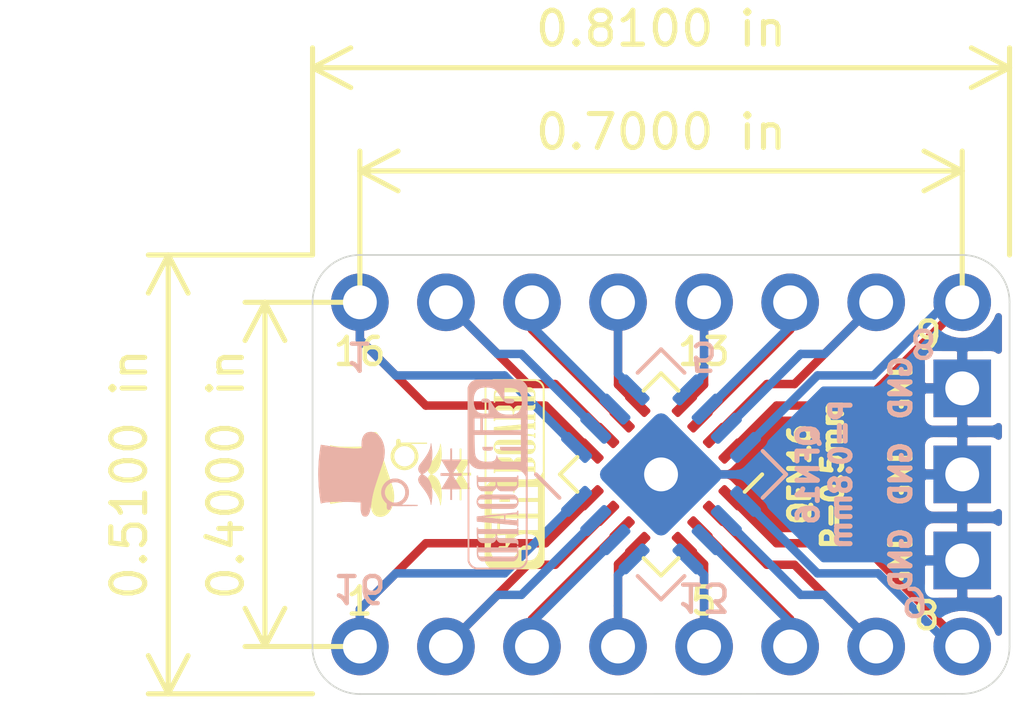
<source format=kicad_pcb>
(kicad_pcb (version 20171130) (host pcbnew "(5.1.2)-2")

  (general
    (thickness 1.6)
    (drawings 34)
    (tracks 93)
    (zones 0)
    (modules 9)
    (nets 18)
  )

  (page A4)
  (layers
    (0 F.Cu signal)
    (31 B.Cu signal)
    (32 B.Adhes user)
    (33 F.Adhes user)
    (34 B.Paste user)
    (35 F.Paste user)
    (36 B.SilkS user)
    (37 F.SilkS user)
    (38 B.Mask user)
    (39 F.Mask user)
    (40 Dwgs.User user)
    (41 Cmts.User user hide)
    (42 Eco1.User user hide)
    (43 Eco2.User user hide)
    (44 Edge.Cuts user)
    (45 Margin user hide)
    (46 B.CrtYd user hide)
    (47 F.CrtYd user hide)
    (48 B.Fab user hide)
    (49 F.Fab user hide)
  )

  (setup
    (last_trace_width 0.127)
    (user_trace_width 0.2)
    (user_trace_width 0.25)
    (trace_clearance 0.127)
    (zone_clearance 0.2)
    (zone_45_only no)
    (trace_min 0.127)
    (via_size 0.8)
    (via_drill 0.4)
    (via_min_size 0.3)
    (via_min_drill 0.3)
    (user_via 2 1)
    (uvia_size 0.3)
    (uvia_drill 0.1)
    (uvias_allowed no)
    (uvia_min_size 0.2)
    (uvia_min_drill 0.1)
    (edge_width 0.05)
    (segment_width 0.2)
    (pcb_text_width 0.3)
    (pcb_text_size 1.5 1.5)
    (mod_edge_width 0.12)
    (mod_text_size 1 1)
    (mod_text_width 0.15)
    (pad_size 1.7 1.7)
    (pad_drill 1)
    (pad_to_mask_clearance 0.051)
    (solder_mask_min_width 0.25)
    (aux_axis_origin 0 0)
    (visible_elements 7FFFFFFF)
    (pcbplotparams
      (layerselection 0x010fc_ffffffff)
      (usegerberextensions false)
      (usegerberattributes false)
      (usegerberadvancedattributes false)
      (creategerberjobfile false)
      (excludeedgelayer true)
      (linewidth 0.100000)
      (plotframeref false)
      (viasonmask false)
      (mode 1)
      (useauxorigin false)
      (hpglpennumber 1)
      (hpglpenspeed 20)
      (hpglpendiameter 15.000000)
      (psnegative false)
      (psa4output false)
      (plotreference true)
      (plotvalue true)
      (plotinvisibletext false)
      (padsonsilk false)
      (subtractmaskfromsilk false)
      (outputformat 1)
      (mirror false)
      (drillshape 1)
      (scaleselection 1)
      (outputdirectory ""))
  )

  (net 0 "")
  (net 1 "Net-(J1-Pad8)")
  (net 2 "Net-(J1-Pad7)")
  (net 3 "Net-(J1-Pad6)")
  (net 4 "Net-(J1-Pad5)")
  (net 5 "Net-(J1-Pad4)")
  (net 6 "Net-(J1-Pad3)")
  (net 7 "Net-(J1-Pad2)")
  (net 8 "Net-(J1-Pad1)")
  (net 9 "Net-(J2-Pad16)")
  (net 10 "Net-(J2-Pad15)")
  (net 11 "Net-(J2-Pad14)")
  (net 12 "Net-(J2-Pad13)")
  (net 13 "Net-(J2-Pad12)")
  (net 14 "Net-(J2-Pad11)")
  (net 15 "Net-(J2-Pad10)")
  (net 16 "Net-(J2-Pad9)")
  (net 17 "Net-(J5-Pad1)")

  (net_class Default "This is the default net class."
    (clearance 0.127)
    (trace_width 0.127)
    (via_dia 0.8)
    (via_drill 0.4)
    (uvia_dia 0.3)
    (uvia_drill 0.1)
    (add_net "Net-(J1-Pad1)")
    (add_net "Net-(J1-Pad2)")
    (add_net "Net-(J1-Pad3)")
    (add_net "Net-(J1-Pad4)")
    (add_net "Net-(J1-Pad5)")
    (add_net "Net-(J1-Pad6)")
    (add_net "Net-(J1-Pad7)")
    (add_net "Net-(J1-Pad8)")
    (add_net "Net-(J2-Pad10)")
    (add_net "Net-(J2-Pad11)")
    (add_net "Net-(J2-Pad12)")
    (add_net "Net-(J2-Pad13)")
    (add_net "Net-(J2-Pad14)")
    (add_net "Net-(J2-Pad15)")
    (add_net "Net-(J2-Pad16)")
    (add_net "Net-(J2-Pad9)")
    (add_net "Net-(J5-Pad1)")
  )

  (module Package_DFN_QFN:QFN-16-1EP_4x4mm_P0.65mm_EP2.1x2.1mm (layer F.Cu) (tedit 5D398C48) (tstamp 5D2779D8)
    (at 149.995 94.047 225)
    (descr "QFN, 16 Pin (http://www.thatcorp.com/datashts/THAT_1580_Datasheet.pdf), generated with kicad-footprint-generator ipc_dfn_qfn_generator.py")
    (tags "QFN DFN_QFN")
    (path /5D2772F5)
    (attr smd)
    (fp_text reference J2 (at 0 -3.299999 45) (layer F.SilkS) hide
      (effects (font (size 1 1) (thickness 0.15)))
    )
    (fp_text value Conn_02x08_Counter_Clockwise (at 0 3.299999 45) (layer F.Fab)
      (effects (font (size 1 1) (thickness 0.15)))
    )
    (fp_text user %R (at 0 0 45) (layer F.Fab)
      (effects (font (size 1 1) (thickness 0.15)))
    )
    (fp_line (start 2.62 -2.62) (end -2.62 -2.62) (layer F.CrtYd) (width 0.05))
    (fp_line (start 2.62 2.62) (end 2.62 -2.62) (layer F.CrtYd) (width 0.05))
    (fp_line (start -2.62 2.62) (end 2.62 2.62) (layer F.CrtYd) (width 0.05))
    (fp_line (start -2.62 -2.62) (end -2.62 2.62) (layer F.CrtYd) (width 0.05))
    (fp_line (start -2 -1) (end -1 -2) (layer F.Fab) (width 0.1))
    (fp_line (start -2 2) (end -2 -1) (layer F.Fab) (width 0.1))
    (fp_line (start 2 2) (end -2 2) (layer F.Fab) (width 0.1))
    (fp_line (start 2 -2) (end 2 2) (layer F.Fab) (width 0.1))
    (fp_line (start -1 -2) (end 2 -2) (layer F.Fab) (width 0.1))
    (fp_line (start -1.385 -2.11) (end -2.11 -2.11) (layer F.SilkS) (width 0.12))
    (fp_line (start 2.11 2.11) (end 2.11 1.385) (layer F.SilkS) (width 0.12))
    (fp_line (start 1.385 2.11) (end 2.11 2.11) (layer F.SilkS) (width 0.12))
    (fp_line (start -2.11 2.11) (end -2.11 1.385) (layer F.SilkS) (width 0.12))
    (fp_line (start -1.385 2.11) (end -2.11 2.11) (layer F.SilkS) (width 0.12))
    (fp_line (start 2.11 -2.11) (end 2.11 -1.385) (layer F.SilkS) (width 0.12))
    (fp_line (start 1.385 -2.11) (end 2.11 -2.11) (layer F.SilkS) (width 0.12))
    (pad 16 smd roundrect (at -0.975 -1.95 225) (size 0.3 0.85) (layers F.Cu F.Paste F.Mask) (roundrect_rratio 0.25)
      (net 9 "Net-(J2-Pad16)"))
    (pad 15 smd roundrect (at -0.325 -1.95 225) (size 0.3 0.85) (layers F.Cu F.Paste F.Mask) (roundrect_rratio 0.25)
      (net 10 "Net-(J2-Pad15)"))
    (pad 14 smd roundrect (at 0.325 -1.95 225) (size 0.3 0.85) (layers F.Cu F.Paste F.Mask) (roundrect_rratio 0.25)
      (net 11 "Net-(J2-Pad14)"))
    (pad 13 smd roundrect (at 0.975 -1.95 225) (size 0.3 0.85) (layers F.Cu F.Paste F.Mask) (roundrect_rratio 0.25)
      (net 12 "Net-(J2-Pad13)"))
    (pad 12 smd roundrect (at 1.95 -0.975 225) (size 0.85 0.3) (layers F.Cu F.Paste F.Mask) (roundrect_rratio 0.25)
      (net 13 "Net-(J2-Pad12)"))
    (pad 11 smd roundrect (at 1.95 -0.325 225) (size 0.85 0.3) (layers F.Cu F.Paste F.Mask) (roundrect_rratio 0.25)
      (net 14 "Net-(J2-Pad11)"))
    (pad 10 smd roundrect (at 1.95 0.325 225) (size 0.85 0.3) (layers F.Cu F.Paste F.Mask) (roundrect_rratio 0.25)
      (net 15 "Net-(J2-Pad10)"))
    (pad 9 smd roundrect (at 1.95 0.975 225) (size 0.85 0.3) (layers F.Cu F.Paste F.Mask) (roundrect_rratio 0.25)
      (net 16 "Net-(J2-Pad9)"))
    (pad 8 smd roundrect (at 0.975 1.95 225) (size 0.3 0.85) (layers F.Cu F.Paste F.Mask) (roundrect_rratio 0.25)
      (net 1 "Net-(J1-Pad8)"))
    (pad 7 smd roundrect (at 0.325 1.95 225) (size 0.3 0.85) (layers F.Cu F.Paste F.Mask) (roundrect_rratio 0.25)
      (net 2 "Net-(J1-Pad7)"))
    (pad 6 smd roundrect (at -0.325 1.95 225) (size 0.3 0.85) (layers F.Cu F.Paste F.Mask) (roundrect_rratio 0.25)
      (net 3 "Net-(J1-Pad6)"))
    (pad 5 smd roundrect (at -0.975 1.95 225) (size 0.3 0.85) (layers F.Cu F.Paste F.Mask) (roundrect_rratio 0.25)
      (net 4 "Net-(J1-Pad5)"))
    (pad 4 smd roundrect (at -1.95 0.975 225) (size 0.85 0.3) (layers F.Cu F.Paste F.Mask) (roundrect_rratio 0.25)
      (net 5 "Net-(J1-Pad4)"))
    (pad 3 smd roundrect (at -1.95 0.325 225) (size 0.85 0.3) (layers F.Cu F.Paste F.Mask) (roundrect_rratio 0.25)
      (net 6 "Net-(J1-Pad3)"))
    (pad 2 smd roundrect (at -1.95 -0.325 225) (size 0.85 0.3) (layers F.Cu F.Paste F.Mask) (roundrect_rratio 0.25)
      (net 7 "Net-(J1-Pad2)"))
    (pad 1 smd roundrect (at -1.95 -0.975 225) (size 0.85 0.3) (layers F.Cu F.Paste F.Mask) (roundrect_rratio 0.25)
      (net 8 "Net-(J1-Pad1)"))
    (pad "" smd roundrect (at 0.525 0.525 225) (size 0.85 0.85) (layers F.Paste) (roundrect_rratio 0.25))
    (pad "" smd roundrect (at 0.525 -0.525 225) (size 0.85 0.85) (layers F.Paste) (roundrect_rratio 0.25))
    (pad "" smd roundrect (at -0.525 0.525 225) (size 0.85 0.85) (layers F.Paste) (roundrect_rratio 0.25))
    (pad "" smd roundrect (at -0.525 -0.525 225) (size 0.85 0.85) (layers F.Paste) (roundrect_rratio 0.25))
    (pad 17 smd roundrect (at 0 0 225) (size 2.1 2.1) (layers F.Cu F.Mask) (roundrect_rratio 0.119)
      (net 17 "Net-(J5-Pad1)"))
    (model ${KISYS3DMOD}/Package_DFN_QFN.3dshapes/QFN-16-1EP_4x4mm_P0.65mm_EP2.1x2.1mm.wrl
      (at (xyz 0 0 0))
      (scale (xyz 1 1 1))
      (rotate (xyz 0 0 0))
    )
  )

  (module Package_DFN_QFN:QFN-16-1EP_5x5mm_P0.8mm_EP2.7x2.7mm (layer B.Cu) (tedit 5D398C50) (tstamp 5D279681)
    (at 149.995 94.047 315)
    (descr "QFN, 16 Pin (http://www.intersil.com/content/dam/Intersil/documents/l16_/l16.5x5.pdf), generated with kicad-footprint-generator ipc_dfn_qfn_generator.py")
    (tags "QFN DFN_QFN")
    (path /5D27A0A0)
    (attr smd)
    (fp_text reference J4 (at 0 3.8 135) (layer B.SilkS) hide
      (effects (font (size 1 1) (thickness 0.15)) (justify mirror))
    )
    (fp_text value Conn_02x08_Counter_Clockwise (at 0 -3.8 135) (layer B.Fab)
      (effects (font (size 1 1) (thickness 0.15)) (justify mirror))
    )
    (fp_text user %R (at 0 0 135) (layer B.Fab)
      (effects (font (size 1 1) (thickness 0.15)) (justify mirror))
    )
    (fp_line (start 3.1 3.1) (end -3.1 3.1) (layer B.CrtYd) (width 0.05))
    (fp_line (start 3.1 -3.1) (end 3.1 3.1) (layer B.CrtYd) (width 0.05))
    (fp_line (start -3.1 -3.1) (end 3.1 -3.1) (layer B.CrtYd) (width 0.05))
    (fp_line (start -3.1 3.1) (end -3.1 -3.1) (layer B.CrtYd) (width 0.05))
    (fp_line (start -2.5 1.5) (end -1.5 2.5) (layer B.Fab) (width 0.1))
    (fp_line (start -2.5 -2.5) (end -2.5 1.5) (layer B.Fab) (width 0.1))
    (fp_line (start 2.5 -2.5) (end -2.5 -2.5) (layer B.Fab) (width 0.1))
    (fp_line (start 2.5 2.5) (end 2.5 -2.5) (layer B.Fab) (width 0.1))
    (fp_line (start -1.5 2.5) (end 2.5 2.5) (layer B.Fab) (width 0.1))
    (fp_line (start -1.635 2.61) (end -2.61 2.61) (layer B.SilkS) (width 0.12))
    (fp_line (start 2.61 -2.61) (end 2.61 -1.635) (layer B.SilkS) (width 0.12))
    (fp_line (start 1.635 -2.61) (end 2.61 -2.61) (layer B.SilkS) (width 0.12))
    (fp_line (start -2.61 -2.61) (end -2.61 -1.635) (layer B.SilkS) (width 0.12))
    (fp_line (start -1.635 -2.61) (end -2.61 -2.61) (layer B.SilkS) (width 0.12))
    (fp_line (start 2.61 2.61) (end 2.61 1.635) (layer B.SilkS) (width 0.12))
    (fp_line (start 1.635 2.61) (end 2.61 2.61) (layer B.SilkS) (width 0.12))
    (pad 16 smd roundrect (at -1.2 2.325 315) (size 0.35 1.05) (layers B.Cu B.Paste B.Mask) (roundrect_rratio 0.25)
      (net 16 "Net-(J2-Pad9)"))
    (pad 15 smd roundrect (at -0.4 2.325 315) (size 0.35 1.05) (layers B.Cu B.Paste B.Mask) (roundrect_rratio 0.25)
      (net 15 "Net-(J2-Pad10)"))
    (pad 14 smd roundrect (at 0.4 2.325 315) (size 0.35 1.05) (layers B.Cu B.Paste B.Mask) (roundrect_rratio 0.25)
      (net 14 "Net-(J2-Pad11)"))
    (pad 13 smd roundrect (at 1.2 2.325 315) (size 0.35 1.05) (layers B.Cu B.Paste B.Mask) (roundrect_rratio 0.25)
      (net 13 "Net-(J2-Pad12)"))
    (pad 12 smd roundrect (at 2.325 1.2 315) (size 1.05 0.35) (layers B.Cu B.Paste B.Mask) (roundrect_rratio 0.25)
      (net 12 "Net-(J2-Pad13)"))
    (pad 11 smd roundrect (at 2.325 0.4 315) (size 1.05 0.35) (layers B.Cu B.Paste B.Mask) (roundrect_rratio 0.25)
      (net 11 "Net-(J2-Pad14)"))
    (pad 10 smd roundrect (at 2.325 -0.4 315) (size 1.05 0.35) (layers B.Cu B.Paste B.Mask) (roundrect_rratio 0.25)
      (net 10 "Net-(J2-Pad15)"))
    (pad 9 smd roundrect (at 2.325 -1.2 315) (size 1.05 0.35) (layers B.Cu B.Paste B.Mask) (roundrect_rratio 0.25)
      (net 9 "Net-(J2-Pad16)"))
    (pad 8 smd roundrect (at 1.2 -2.325 315) (size 0.35 1.05) (layers B.Cu B.Paste B.Mask) (roundrect_rratio 0.25)
      (net 8 "Net-(J1-Pad1)"))
    (pad 7 smd roundrect (at 0.4 -2.325 315) (size 0.35 1.05) (layers B.Cu B.Paste B.Mask) (roundrect_rratio 0.25)
      (net 7 "Net-(J1-Pad2)"))
    (pad 6 smd roundrect (at -0.4 -2.325 315) (size 0.35 1.05) (layers B.Cu B.Paste B.Mask) (roundrect_rratio 0.25)
      (net 6 "Net-(J1-Pad3)"))
    (pad 5 smd roundrect (at -1.2 -2.325 315) (size 0.35 1.05) (layers B.Cu B.Paste B.Mask) (roundrect_rratio 0.25)
      (net 5 "Net-(J1-Pad4)"))
    (pad 4 smd roundrect (at -2.325 -1.2 315) (size 1.05 0.35) (layers B.Cu B.Paste B.Mask) (roundrect_rratio 0.25)
      (net 4 "Net-(J1-Pad5)"))
    (pad 3 smd roundrect (at -2.325 -0.4 315) (size 1.05 0.35) (layers B.Cu B.Paste B.Mask) (roundrect_rratio 0.25)
      (net 3 "Net-(J1-Pad6)"))
    (pad 2 smd roundrect (at -2.325 0.4 315) (size 1.05 0.35) (layers B.Cu B.Paste B.Mask) (roundrect_rratio 0.25)
      (net 2 "Net-(J1-Pad7)"))
    (pad 1 smd roundrect (at -2.325 1.2 315) (size 1.05 0.35) (layers B.Cu B.Paste B.Mask) (roundrect_rratio 0.25)
      (net 1 "Net-(J1-Pad8)"))
    (pad "" smd roundrect (at 0.675 -0.675 315) (size 1.09 1.09) (layers B.Paste) (roundrect_rratio 0.229358))
    (pad "" smd roundrect (at 0.675 0.675 315) (size 1.09 1.09) (layers B.Paste) (roundrect_rratio 0.229358))
    (pad "" smd roundrect (at -0.675 -0.675 315) (size 1.09 1.09) (layers B.Paste) (roundrect_rratio 0.229358))
    (pad "" smd roundrect (at -0.675 0.675 315) (size 1.09 1.09) (layers B.Paste) (roundrect_rratio 0.229358))
    (pad 17 smd roundrect (at 0 0 315) (size 2.7 2.7) (layers B.Cu B.Mask) (roundrect_rratio 0.09300000000000001)
      (net 17 "Net-(J5-Pad1)"))
    (model ${KISYS3DMOD}/Package_DFN_QFN.3dshapes/QFN-16-1EP_5x5mm_P0.8mm_EP2.7x2.7mm.wrl
      (at (xyz 0 0 0))
      (scale (xyz 1 1 1))
      (rotate (xyz 0 0 0))
    )
  )

  (module Connector_PinHeader_2.54mm:PinHeader_1x08_P2.54mm_Vertical (layer F.Cu) (tedit 5D398DE0) (tstamp 5D2779F4)
    (at 158.885 99.127 270)
    (descr "Through hole straight pin header, 1x08, 2.54mm pitch, single row")
    (tags "Through hole pin header THT 1x08 2.54mm single row")
    (path /5D27708E)
    (fp_text reference J3 (at 0 -2.33 90) (layer F.SilkS) hide
      (effects (font (size 1 1) (thickness 0.15)))
    )
    (fp_text value Conn_01x08 (at 0 20.11 90) (layer F.Fab)
      (effects (font (size 1 1) (thickness 0.15)))
    )
    (fp_text user %R (at 0 8.89) (layer F.Fab)
      (effects (font (size 1 1) (thickness 0.15)))
    )
    (fp_line (start 1.8 -1.8) (end -1.8 -1.8) (layer F.CrtYd) (width 0.05))
    (fp_line (start 1.8 19.55) (end 1.8 -1.8) (layer F.CrtYd) (width 0.05))
    (fp_line (start -1.8 19.55) (end 1.8 19.55) (layer F.CrtYd) (width 0.05))
    (fp_line (start -1.8 -1.8) (end -1.8 19.55) (layer F.CrtYd) (width 0.05))
    (fp_line (start -1.27 -0.635) (end -0.635 -1.27) (layer F.Fab) (width 0.1))
    (fp_line (start -1.27 19.05) (end -1.27 -0.635) (layer F.Fab) (width 0.1))
    (fp_line (start 1.27 19.05) (end -1.27 19.05) (layer F.Fab) (width 0.1))
    (fp_line (start 1.27 -1.27) (end 1.27 19.05) (layer F.Fab) (width 0.1))
    (fp_line (start -0.635 -1.27) (end 1.27 -1.27) (layer F.Fab) (width 0.1))
    (pad 8 thru_hole oval (at 0 17.78 270) (size 1.7 1.7) (drill 1) (layers *.Cu *.Mask)
      (net 16 "Net-(J2-Pad9)"))
    (pad 7 thru_hole oval (at 0 15.24 270) (size 1.7 1.7) (drill 1) (layers *.Cu *.Mask)
      (net 15 "Net-(J2-Pad10)"))
    (pad 6 thru_hole oval (at 0 12.7 270) (size 1.7 1.7) (drill 1) (layers *.Cu *.Mask)
      (net 14 "Net-(J2-Pad11)"))
    (pad 5 thru_hole oval (at 0 10.16 270) (size 1.7 1.7) (drill 1) (layers *.Cu *.Mask)
      (net 13 "Net-(J2-Pad12)"))
    (pad 4 thru_hole oval (at 0 7.62 270) (size 1.7 1.7) (drill 1) (layers *.Cu *.Mask)
      (net 12 "Net-(J2-Pad13)"))
    (pad 3 thru_hole oval (at 0 5.08 270) (size 1.7 1.7) (drill 1) (layers *.Cu *.Mask)
      (net 11 "Net-(J2-Pad14)"))
    (pad 2 thru_hole oval (at 0 2.54 270) (size 1.7 1.7) (drill 1) (layers *.Cu *.Mask)
      (net 10 "Net-(J2-Pad15)"))
    (pad 1 thru_hole circle (at 0 0 270) (size 1.7 1.7) (drill 1) (layers *.Cu *.Mask)
      (net 9 "Net-(J2-Pad16)"))
    (model ${KISYS3DMOD}/Connector_PinHeader_2.54mm.3dshapes/PinHeader_1x08_P2.54mm_Vertical.wrl
      (offset (xyz 0 0 -1.6))
      (scale (xyz 1 1 1))
      (rotate (xyz 0 180 0))
    )
  )

  (module Connector_PinHeader_2.54mm:PinHeader_1x08_P2.54mm_Vertical (layer F.Cu) (tedit 5D398DD1) (tstamp 5D2779AA)
    (at 158.885 88.967 270)
    (descr "Through hole straight pin header, 1x08, 2.54mm pitch, single row")
    (tags "Through hole pin header THT 1x08 2.54mm single row")
    (path /5D27904E)
    (fp_text reference J1 (at 0 -2.33 90) (layer F.SilkS) hide
      (effects (font (size 1 1) (thickness 0.15)))
    )
    (fp_text value Conn_01x08 (at 0 20.11 90) (layer F.Fab)
      (effects (font (size 1 1) (thickness 0.15)))
    )
    (fp_text user %R (at 0 8.89) (layer F.Fab)
      (effects (font (size 1 1) (thickness 0.15)))
    )
    (fp_line (start 1.8 -1.8) (end -1.8 -1.8) (layer F.CrtYd) (width 0.05))
    (fp_line (start 1.8 19.55) (end 1.8 -1.8) (layer F.CrtYd) (width 0.05))
    (fp_line (start -1.8 19.55) (end 1.8 19.55) (layer F.CrtYd) (width 0.05))
    (fp_line (start -1.8 -1.8) (end -1.8 19.55) (layer F.CrtYd) (width 0.05))
    (fp_line (start -1.27 -0.635) (end -0.635 -1.27) (layer F.Fab) (width 0.1))
    (fp_line (start -1.27 19.05) (end -1.27 -0.635) (layer F.Fab) (width 0.1))
    (fp_line (start 1.27 19.05) (end -1.27 19.05) (layer F.Fab) (width 0.1))
    (fp_line (start 1.27 -1.27) (end 1.27 19.05) (layer F.Fab) (width 0.1))
    (fp_line (start -0.635 -1.27) (end 1.27 -1.27) (layer F.Fab) (width 0.1))
    (pad 8 thru_hole oval (at 0 17.78 270) (size 1.7 1.7) (drill 1) (layers *.Cu *.Mask)
      (net 1 "Net-(J1-Pad8)"))
    (pad 7 thru_hole oval (at 0 15.24 270) (size 1.7 1.7) (drill 1) (layers *.Cu *.Mask)
      (net 2 "Net-(J1-Pad7)"))
    (pad 6 thru_hole oval (at 0 12.7 270) (size 1.7 1.7) (drill 1) (layers *.Cu *.Mask)
      (net 3 "Net-(J1-Pad6)"))
    (pad 5 thru_hole oval (at 0 10.16 270) (size 1.7 1.7) (drill 1) (layers *.Cu *.Mask)
      (net 4 "Net-(J1-Pad5)"))
    (pad 4 thru_hole oval (at 0 7.62 270) (size 1.7 1.7) (drill 1) (layers *.Cu *.Mask)
      (net 5 "Net-(J1-Pad4)"))
    (pad 3 thru_hole oval (at 0 5.08 270) (size 1.7 1.7) (drill 1) (layers *.Cu *.Mask)
      (net 6 "Net-(J1-Pad3)"))
    (pad 2 thru_hole oval (at 0 2.54 270) (size 1.7 1.7) (drill 1) (layers *.Cu *.Mask)
      (net 7 "Net-(J1-Pad2)"))
    (pad 1 thru_hole circle (at 0 0 270) (size 1.7 1.7) (drill 1) (layers *.Cu *.Mask)
      (net 8 "Net-(J1-Pad1)"))
    (model ${KISYS3DMOD}/Connector_PinHeader_2.54mm.3dshapes/PinHeader_1x08_P2.54mm_Vertical.wrl
      (offset (xyz 0 0 -1.6))
      (scale (xyz 1 1 1))
      (rotate (xyz 0 180 0))
    )
  )

  (module Connector_PinHeader_2.54mm:PinHeader_1x03_P2.54mm_Vertical (layer B.Cu) (tedit 5D39A629) (tstamp 5D39E7BF)
    (at 158.885 91.507 180)
    (descr "Through hole straight pin header, 1x03, 2.54mm pitch, single row")
    (tags "Through hole pin header THT 1x03 2.54mm single row")
    (path /5D3B084D)
    (fp_text reference J5 (at 0 2.33 -90) (layer B.SilkS) hide
      (effects (font (size 1 1) (thickness 0.15)) (justify mirror))
    )
    (fp_text value Conn_01x03 (at 0 -7.41 180) (layer B.Fab)
      (effects (font (size 1 1) (thickness 0.15)) (justify mirror))
    )
    (fp_text user %R (at 0 -2.54 -90) (layer B.Fab)
      (effects (font (size 1 1) (thickness 0.15)) (justify mirror))
    )
    (fp_line (start 1.8 1.8) (end -1.8 1.8) (layer B.CrtYd) (width 0.05))
    (fp_line (start 1.8 -6.85) (end 1.8 1.8) (layer B.CrtYd) (width 0.05))
    (fp_line (start -1.8 -6.85) (end 1.8 -6.85) (layer B.CrtYd) (width 0.05))
    (fp_line (start -1.8 1.8) (end -1.8 -6.85) (layer B.CrtYd) (width 0.05))
    (fp_line (start -1.27 0.635) (end -0.635 1.27) (layer B.Fab) (width 0.1))
    (fp_line (start -1.27 -6.35) (end -1.27 0.635) (layer B.Fab) (width 0.1))
    (fp_line (start 1.27 -6.35) (end -1.27 -6.35) (layer B.Fab) (width 0.1))
    (fp_line (start 1.27 1.27) (end 1.27 -6.35) (layer B.Fab) (width 0.1))
    (fp_line (start -0.635 1.27) (end 1.27 1.27) (layer B.Fab) (width 0.1))
    (pad 3 thru_hole rect (at 0 -5.08 180) (size 1.7 1.7) (drill 1) (layers *.Cu *.Mask)
      (net 17 "Net-(J5-Pad1)"))
    (pad 2 thru_hole rect (at 0 -2.54 180) (size 1.7 1.7) (drill 1) (layers *.Cu *.Mask)
      (net 17 "Net-(J5-Pad1)"))
    (pad 1 thru_hole rect (at 0 0 180) (size 1.7 1.7) (drill 1) (layers *.Cu *.Mask)
      (net 17 "Net-(J5-Pad1)"))
    (model ${KISYS3DMOD}/Connector_PinHeader_2.54mm.3dshapes/PinHeader_1x03_P2.54mm_Vertical.wrl
      (at (xyz 0 0 0))
      (scale (xyz 1 1 1))
      (rotate (xyz 0 0 0))
    )
  )

  (module logo:SirBoard56x18 (layer B.Cu) (tedit 0) (tstamp 5D279BD7)
    (at 145.169 94.047 270)
    (fp_text reference G*** (at 0 0 90) (layer B.SilkS) hide
      (effects (font (size 1.524 1.524) (thickness 0.3)) (justify mirror))
    )
    (fp_text value LOGO (at 0.75 0 90) (layer B.SilkS) hide
      (effects (font (size 1.524 1.524) (thickness 0.3)) (justify mirror))
    )
    (fp_poly (pts (xy 2.588986 0.87002) (xy 2.633628 0.851089) (xy 2.674079 0.826371) (xy 2.709987 0.796238)
      (xy 2.741 0.76106) (xy 2.766767 0.721209) (xy 2.786936 0.677056) (xy 2.795123 0.652424)
      (xy 2.802876 0.625928) (xy 2.803981 0.014514) (xy 2.804123 -0.074858) (xy 2.804211 -0.157077)
      (xy 2.804246 -0.232245) (xy 2.804226 -0.300467) (xy 2.804153 -0.361846) (xy 2.804024 -0.416485)
      (xy 2.80384 -0.464488) (xy 2.8036 -0.505958) (xy 2.803303 -0.540998) (xy 2.80295 -0.569713)
      (xy 2.80254 -0.592205) (xy 2.802071 -0.608578) (xy 2.801545 -0.618935) (xy 2.801202 -0.6223)
      (xy 2.790684 -0.667366) (xy 2.773377 -0.710213) (xy 2.749552 -0.750297) (xy 2.719483 -0.787069)
      (xy 2.718534 -0.788068) (xy 2.683869 -0.819907) (xy 2.646837 -0.845091) (xy 2.606685 -0.86404)
      (xy 2.562661 -0.877175) (xy 2.556564 -0.878488) (xy 2.554313 -0.878924) (xy 2.551777 -0.879342)
      (xy 2.548796 -0.879741) (xy 2.545208 -0.880121) (xy 2.540853 -0.880483) (xy 2.53557 -0.880828)
      (xy 2.529198 -0.881156) (xy 2.521575 -0.881467) (xy 2.512542 -0.881762) (xy 2.501938 -0.882041)
      (xy 2.4896 -0.882304) (xy 2.475369 -0.882553) (xy 2.459084 -0.882786) (xy 2.440583 -0.883006)
      (xy 2.419707 -0.883212) (xy 2.396293 -0.883404) (xy 2.370181 -0.883583) (xy 2.341211 -0.88375)
      (xy 2.30922 -0.883904) (xy 2.27405 -0.884047) (xy 2.235537 -0.884178) (xy 2.193523 -0.884299)
      (xy 2.147845 -0.884408) (xy 2.098343 -0.884508) (xy 2.044856 -0.884598) (xy 1.987223 -0.884679)
      (xy 1.925283 -0.88475) (xy 1.858875 -0.884814) (xy 1.787839 -0.884869) (xy 1.712014 -0.884916)
      (xy 1.631238 -0.884957) (xy 1.545351 -0.88499) (xy 1.454192 -0.885017) (xy 1.3576 -0.885038)
      (xy 1.255414 -0.885053) (xy 1.147473 -0.885063) (xy 1.033617 -0.885068) (xy 0.913684 -0.885069)
      (xy 0.787514 -0.885066) (xy 0.654945 -0.885059) (xy 0.515817 -0.885049) (xy 0.369969 -0.885037)
      (xy 0.21724 -0.885022) (xy 0.05747 -0.885005) (xy 0.001815 -0.884998) (xy -0.163002 -0.884979)
      (xy -0.320713 -0.884956) (xy -0.471471 -0.884931) (xy -0.615427 -0.884903) (xy -0.752735 -0.884871)
      (xy -0.883545 -0.884835) (xy -1.00801 -0.884795) (xy -1.126282 -0.88475) (xy -1.238512 -0.8847)
      (xy -1.344854 -0.884646) (xy -1.445457 -0.884586) (xy -1.540476 -0.88452) (xy -1.630061 -0.884448)
      (xy -1.714365 -0.884369) (xy -1.79354 -0.884284) (xy -1.867737 -0.884192) (xy -1.937109 -0.884092)
      (xy -2.001807 -0.883984) (xy -2.061984 -0.883869) (xy -2.117792 -0.883745) (xy -2.169382 -0.883612)
      (xy -2.216907 -0.883471) (xy -2.260518 -0.88332) (xy -2.300367 -0.883159) (xy -2.336608 -0.882989)
      (xy -2.36939 -0.882808) (xy -2.398867 -0.882616) (xy -2.425191 -0.882414) (xy -2.448513 -0.8822)
      (xy -2.468985 -0.881975) (xy -2.48676 -0.881738) (xy -2.501989 -0.881489) (xy -2.514824 -0.881227)
      (xy -2.525418 -0.880952) (xy -2.533922 -0.880664) (xy -2.540489 -0.880363) (xy -2.54527 -0.880048)
      (xy -2.548417 -0.879719) (xy -2.549071 -0.879616) (xy -2.563891 -0.876746) (xy -2.576812 -0.873776)
      (xy -2.585438 -0.871266) (xy -2.586435 -0.87087) (xy -2.594218 -0.86796) (xy -2.597859 -0.867531)
      (xy -2.596179 -0.869632) (xy -2.594863 -0.870512) (xy -2.593553 -0.872657) (xy -2.59913 -0.873197)
      (xy -2.600963 -0.873126) (xy -2.609748 -0.871866) (xy -2.614932 -0.869706) (xy -2.61476 -0.868328)
      (xy -2.611921 -0.869099) (xy -2.605875 -0.869392) (xy -2.603966 -0.867983) (xy -2.605697 -0.864714)
      (xy -2.612454 -0.860242) (xy -2.617206 -0.857956) (xy -2.656257 -0.837109) (xy -2.691941 -0.810268)
      (xy -2.72366 -0.778149) (xy -2.750819 -0.741463) (xy -2.772823 -0.700926) (xy -2.789075 -0.65725)
      (xy -2.791236 -0.649515) (xy -2.799443 -0.618672) (xy -2.799443 -0.001815) (xy -2.799439 0.076883)
      (xy -2.799427 0.148658) (xy -2.799403 0.213845) (xy -2.799363 0.272779) (xy -2.799312 0.319423)
      (xy -2.568249 0.319423) (xy -2.56791 0.30424) (xy -2.56628 0.264601) (xy -2.563524 0.230779)
      (xy -2.559356 0.201379) (xy -2.553493 0.17501) (xy -2.545648 0.150279) (xy -2.535538 0.125794)
      (xy -2.528341 0.110791) (xy -2.519725 0.094376) (xy -2.510825 0.079365) (xy -2.501078 0.06525)
      (xy -2.489919 0.051519) (xy -2.476787 0.037664) (xy -2.461117 0.023176) (xy -2.442346 0.007543)
      (xy -2.41991 -0.009743) (xy -2.393247 -0.029191) (xy -2.361793 -0.051312) (xy -2.324985 -0.076615)
      (xy -2.309585 -0.087097) (xy -2.26959 -0.11433) (xy -2.235187 -0.138068) (xy -2.205948 -0.158864)
      (xy -2.181441 -0.17727) (xy -2.161237 -0.193838) (xy -2.144906 -0.209122) (xy -2.132017 -0.223673)
      (xy -2.122141 -0.238045) (xy -2.114846 -0.25279) (xy -2.109703 -0.26846) (xy -2.106282 -0.285609)
      (xy -2.104153 -0.304788) (xy -2.102885 -0.326551) (xy -2.102048 -0.35145) (xy -2.101981 -0.353786)
      (xy -2.101373 -0.37758) (xy -2.101153 -0.395485) (xy -2.101413 -0.408863) (xy -2.102245 -0.419077)
      (xy -2.103741 -0.42749) (xy -2.10599 -0.435463) (xy -2.107827 -0.440847) (xy -2.114574 -0.455882)
      (xy -2.123057 -0.469339) (xy -2.12764 -0.474705) (xy -2.136036 -0.482002) (xy -2.144587 -0.486057)
      (xy -2.156362 -0.488141) (xy -2.161169 -0.488587) (xy -2.182193 -0.487844) (xy -2.198617 -0.481628)
      (xy -2.210794 -0.469772) (xy -2.214716 -0.463091) (xy -2.218531 -0.451179) (xy -2.221692 -0.432059)
      (xy -2.224197 -0.405753) (xy -2.226045 -0.37228) (xy -2.227235 -0.33166) (xy -2.227764 -0.283914)
      (xy -2.227786 -0.276679) (xy -2.227943 -0.199572) (xy -2.561771 -0.199572) (xy -2.561691 -0.231322)
      (xy -2.561349 -0.256317) (xy -2.560496 -0.284642) (xy -2.559218 -0.314828) (xy -2.557604 -0.345409)
      (xy -2.555738 -0.374919) (xy -2.553708 -0.401889) (xy -2.5516 -0.424855) (xy -2.549501 -0.442347)
      (xy -2.549057 -0.445265) (xy -2.541346 -0.485155) (xy -2.531715 -0.519164) (xy -2.519603 -0.548543)
      (xy -2.50445 -0.574539) (xy -2.485694 -0.598402) (xy -2.47538 -0.609331) (xy -2.441487 -0.639357)
      (xy -2.404108 -0.664463) (xy -2.362548 -0.68499) (xy -2.316108 -0.701276) (xy -2.264092 -0.713659)
      (xy -2.258785 -0.714654) (xy -2.235704 -0.717835) (xy -2.207475 -0.72009) (xy -2.176148 -0.721396)
      (xy -2.143777 -0.721728) (xy -2.112414 -0.721063) (xy -2.084111 -0.719376) (xy -2.062843 -0.716948)
      (xy -2.009047 -0.706267) (xy -1.960334 -0.691328) (xy -1.915622 -0.671708) (xy -1.873833 -0.646983)
      (xy -1.860347 -0.63752) (xy -1.837081 -0.618401) (xy -1.817333 -0.597255) (xy -1.800894 -0.573457)
      (xy -1.787552 -0.546386) (xy -1.7771 -0.515419) (xy -1.769326 -0.479932) (xy -1.764022 -0.439302)
      (xy -1.760978 -0.392907) (xy -1.759985 -0.340124) (xy -1.759985 -0.339272) (xy -1.761361 -0.279313)
      (xy -1.765609 -0.22556) (xy -1.772874 -0.177491) (xy -1.783302 -0.134588) (xy -1.797038 -0.096329)
      (xy -1.814226 -0.062195) (xy -1.835011 -0.031666) (xy -1.851007 -0.012985) (xy -1.87417 0.01012)
      (xy -1.901815 0.034548) (xy -1.93433 0.06059) (xy -1.972102 0.088536) (xy -2.015519 0.11868)
      (xy -2.064968 0.151311) (xy -2.095063 0.170542) (xy -2.127262 0.191255) (xy -2.153706 0.209169)
      (xy -2.175034 0.224915) (xy -2.191887 0.239126) (xy -2.204903 0.252436) (xy -2.214722 0.265475)
      (xy -2.221983 0.278877) (xy -2.227326 0.293274) (xy -2.230263 0.304265) (xy -2.233348 0.323036)
      (xy -2.235009 0.345549) (xy -2.235287 0.369654) (xy -2.234222 0.393203) (xy -2.231853 0.414049)
      (xy -2.22822 0.430042) (xy -2.227912 0.430944) (xy -2.219418 0.450104) (xy -2.209072 0.463052)
      (xy -2.195749 0.4708) (xy -2.179649 0.474227) (xy -2.166733 0.475036) (xy -2.157778 0.473761)
      (xy -2.149637 0.469786) (xy -2.14655 0.467747) (xy -2.140141 0.463084) (xy -2.135121 0.458301)
      (xy -2.131306 0.452476) (xy -2.128509 0.444686) (xy -2.126545 0.434009) (xy -2.125228 0.419524)
      (xy -2.124374 0.400307) (xy -2.123796 0.375438) (xy -2.123437 0.352878) (xy -2.122147 0.264885)
      (xy -1.787931 0.264885) (xy -1.789898 0.352878) (xy -1.791384 0.397803) (xy -1.793753 0.435428)
      (xy -1.654628 0.435428) (xy -1.654628 -0.693058) (xy -1.299028 -0.693058) (xy -1.1684 -0.693058)
      (xy -0.809171 -0.693058) (xy -0.809171 -0.075163) (xy -0.78029 -0.077143) (xy -0.756747 -0.080056)
      (xy -0.739101 -0.085537) (xy -0.726251 -0.094225) (xy -0.717099 -0.106755) (xy -0.713014 -0.11614)
      (xy -0.711668 -0.120063) (xy -0.710496 -0.124275) (xy -0.709484 -0.129289) (xy -0.708618 -0.13562)
      (xy -0.707883 -0.143779) (xy -0.707265 -0.154282) (xy -0.70675 -0.167642) (xy -0.706323 -0.184372)
      (xy -0.70597 -0.204985) (xy -0.705677 -0.229995) (xy -0.70543 -0.259915) (xy -0.705214 -0.295259)
      (xy -0.705015 -0.336541) (xy -0.704818 -0.384274) (xy -0.704702 -0.414565) (xy -0.703647 -0.693058)
      (xy -0.369737 -0.693058) (xy -0.370833 -0.418193) (xy -0.371039 -0.367032) (xy -0.371233 -0.32261)
      (xy -0.371431 -0.284405) (xy -0.371648 -0.251901) (xy -0.371901 -0.224577) (xy -0.372207 -0.201913)
      (xy -0.37258 -0.183392) (xy -0.373038 -0.168494) (xy -0.373597 -0.156699) (xy -0.374272 -0.147489)
      (xy -0.37508 -0.140344) (xy -0.376037 -0.134745) (xy -0.37716 -0.130173) (xy -0.378463 -0.126108)
      (xy -0.379964 -0.122033) (xy -0.38005 -0.121804) (xy -0.39726 -0.085474) (xy -0.419698 -0.05324)
      (xy -0.430105 -0.041637) (xy -0.44842 -0.026236) (xy -0.472618 -0.011386) (xy -0.501326 0.002188)
      (xy -0.533171 0.013759) (xy -0.537028 0.014945) (xy -0.564243 0.023157) (xy -0.536405 0.027521)
      (xy -0.500239 0.034976) (xy -0.46998 0.045235) (xy -0.44469 0.058686) (xy -0.426103 0.073192)
      (xy -0.411459 0.089174) (xy -0.399294 0.108149) (xy -0.389463 0.130729) (xy -0.381818 0.157522)
      (xy -0.376213 0.189138) (xy -0.3725 0.226186) (xy -0.370532 0.269276) (xy -0.370114 0.305437)
      (xy -0.37161 0.362448) (xy -0.376205 0.413298) (xy -0.384057 0.458458) (xy -0.395328 0.498402)
      (xy -0.410175 0.533603) (xy -0.428759 0.564535) (xy -0.45124 0.591669) (xy -0.473528 0.6121)
      (xy -0.486481 0.622154) (xy -0.49952 0.631127) (xy -0.513122 0.639084) (xy -0.527765 0.646094)
      (xy -0.543925 0.652223) (xy -0.56208 0.657539) (xy -0.582706 0.662109) (xy -0.606279 0.666)
      (xy -0.633277 0.669279) (xy -0.664177 0.672015) (xy -0.699455 0.674273) (xy -0.739589 0.676121)
      (xy -0.785055 0.677627) (xy -0.83633 0.678858) (xy -0.89389 0.679881) (xy -0.958214 0.680763)
      (xy -0.960664 0.680793) (xy -1.1684 0.683327) (xy -1.1684 -0.693058) (xy -1.299028 -0.693058)
      (xy -1.299028 0.435428) (xy -1.654628 0.435428) (xy -1.793753 0.435428) (xy -1.793813 0.436369)
      (xy -1.797387 0.469434) (xy -1.80231 0.497859) (xy -1.808783 0.522503) (xy -1.817008 0.544226)
      (xy -1.827189 0.563887) (xy -1.839527 0.582345) (xy -1.845832 0.590482) (xy -1.865454 0.610638)
      (xy -1.891043 0.630393) (xy -1.921315 0.649033) (xy -1.954985 0.665844) (xy -1.990769 0.680112)
      (xy -1.997588 0.682171) (xy -1.654628 0.682171) (xy -1.654628 0.504371) (xy -1.299028 0.504371)
      (xy -1.299028 0.682171) (xy -1.654628 0.682171) (xy -1.997588 0.682171) (xy -2.026557 0.690917)
      (xy -2.068291 0.699323) (xy -2.114211 0.704851) (xy -2.162431 0.707498) (xy -2.211069 0.70726)
      (xy -2.258241 0.70413) (xy -2.302065 0.698106) (xy -2.331725 0.691653) (xy -2.378365 0.676695)
      (xy -2.420442 0.657459) (xy -2.457449 0.634265) (xy -2.488878 0.607432) (xy -2.514223 0.577282)
      (xy -2.515273 0.575763) (xy -2.531006 0.549683) (xy -2.543775 0.521336) (xy -2.553726 0.489974)
      (xy -2.561004 0.45485) (xy -2.565754 0.415216) (xy -2.56812 0.370323) (xy -2.568249 0.319423)
      (xy -2.799312 0.319423) (xy -2.799304 0.325793) (xy -2.799222 0.373224) (xy -2.799116 0.415404)
      (xy -2.79898 0.45267) (xy -2.798812 0.485354) (xy -2.798609 0.513793) (xy -2.798366 0.53832)
      (xy -2.798082 0.55927) (xy -2.797751 0.576978) (xy -2.797372 0.591778) (xy -2.796941 0.604005)
      (xy -2.796454 0.613993) (xy -2.795908 0.622077) (xy -2.7953 0.628591) (xy -2.794626 0.63387)
      (xy -2.793884 0.638249) (xy -2.793069 0.642062) (xy -2.793023 0.642257) (xy -2.778686 0.68774)
      (xy -2.758167 0.729796) (xy -2.731915 0.767939) (xy -2.700382 0.801689) (xy -2.664017 0.830562)
      (xy -2.650864 0.838152) (xy -0.3683 0.838152) (xy -0.344797 0.825053) (xy -0.303263 0.797807)
      (xy -0.265896 0.764901) (xy -0.233193 0.726936) (xy -0.205652 0.684513) (xy -0.183769 0.638233)
      (xy -0.178531 0.624114) (xy -0.175548 0.615624) (xy -0.172841 0.607819) (xy -0.170397 0.600326)
      (xy -0.168201 0.592773) (xy -0.166241 0.584787) (xy -0.164503 0.575996) (xy -0.162974 0.566029)
      (xy -0.16164 0.554512) (xy -0.160488 0.541073) (xy -0.159506 0.52534) (xy -0.158678 0.506941)
      (xy -0.157993 0.485503) (xy -0.157437 0.460654) (xy -0.156995 0.432022) (xy -0.156656 0.399235)
      (xy -0.156406 0.361919) (xy -0.15623 0.319704) (xy -0.156117 0.272216) (xy -0.156052 0.219083)
      (xy -0.156022 0.159932) (xy -0.156014 0.094393) (xy -0.156015 0.022092) (xy -0.156015 -0.003361)
      (xy -0.156012 -0.077851) (xy -0.156 -0.145452) (xy -0.15597 -0.206534) (xy -0.155908 -0.261464)
      (xy -0.155806 -0.310612) (xy -0.155652 -0.354346) (xy -0.155436 -0.393035) (xy -0.155145 -0.427047)
      (xy -0.154771 -0.456752) (xy -0.154302 -0.482517) (xy -0.153726 -0.504712) (xy -0.153034 -0.523705)
      (xy -0.152215 -0.539866) (xy -0.151257 -0.553561) (xy -0.15015 -0.565161) (xy -0.148883 -0.575034)
      (xy -0.147446 -0.583548) (xy -0.145827 -0.591073) (xy -0.144016 -0.597976) (xy -0.142002 -0.604627)
      (xy -0.139774 -0.611394) (xy -0.138049 -0.616491) (xy -0.118607 -0.662766) (xy -0.092942 -0.70575)
      (xy -0.061569 -0.744853) (xy -0.025002 -0.779484) (xy 0.016246 -0.809054) (xy 0.042516 -0.82386)
      (xy 0.070678 -0.838263) (xy 1.308061 -0.837324) (xy 2.545443 -0.836386) (xy 2.574472 -0.8265)
      (xy 2.608666 -0.81251) (xy 2.638951 -0.794737) (xy 2.66751 -0.771804) (xy 2.6797 -0.760119)
      (xy 2.701224 -0.736812) (xy 2.717913 -0.714263) (xy 2.731386 -0.689915) (xy 2.743263 -0.66121)
      (xy 2.744526 -0.65772) (xy 2.7559 -0.625929) (xy 2.756915 -0.014515) (xy 2.757041 0.064493)
      (xy 2.757141 0.136574) (xy 2.757215 0.202058) (xy 2.75726 0.261277) (xy 2.757272 0.31456)
      (xy 2.757251 0.362237) (xy 2.757192 0.40464) (xy 2.757095 0.442098) (xy 2.756957 0.474942)
      (xy 2.756774 0.503502) (xy 2.756546 0.528108) (xy 2.756269 0.549091) (xy 2.755942 0.566782)
      (xy 2.755561 0.58151) (xy 2.755124 0.593606) (xy 2.75463 0.6034) (xy 2.754075 0.611223)
      (xy 2.753457 0.617405) (xy 2.752774 0.622277) (xy 2.752308 0.62483) (xy 2.740292 0.66688)
      (xy 2.722052 0.705471) (xy 2.697932 0.740222) (xy 2.66828 0.770756) (xy 2.633441 0.796691)
      (xy 2.593761 0.817648) (xy 2.567215 0.827863) (xy 2.541815 0.836385) (xy 1.086757 0.837269)
      (xy -0.3683 0.838152) (xy -2.650864 0.838152) (xy -2.62327 0.854075) (xy -2.579246 0.871539)
      (xy -2.5527 0.879928) (xy 2.559957 0.879928) (xy 2.588986 0.87002)) (layer B.SilkS) (width 0.01))
    (fp_poly (pts (xy 0.827375 0.612687) (xy 0.854588 0.609378) (xy 0.867972 0.606277) (xy 0.902436 0.59337)
      (xy 0.933752 0.575602) (xy 0.96103 0.553745) (xy 0.983381 0.528566) (xy 0.999915 0.500837)
      (xy 1.005331 0.487413) (xy 1.006352 0.484268) (xy 1.007269 0.480819) (xy 1.008087 0.476683)
      (xy 1.008814 0.471474) (xy 1.009453 0.464806) (xy 1.010011 0.456296) (xy 1.010493 0.445558)
      (xy 1.010904 0.432208) (xy 1.011251 0.41586) (xy 1.011539 0.396129) (xy 1.011772 0.37263)
      (xy 1.011958 0.344979) (xy 1.012101 0.312791) (xy 1.012206 0.27568) (xy 1.01228 0.233262)
      (xy 1.012328 0.185151) (xy 1.012356 0.130963) (xy 1.012369 0.070313) (xy 1.012372 0.002816)
      (xy 1.012372 -0.001815) (xy 1.012369 -0.06977) (xy 1.012357 -0.130853) (xy 1.012331 -0.185449)
      (xy 1.012284 -0.233943) (xy 1.012212 -0.276719) (xy 1.012109 -0.314163) (xy 1.011968 -0.34666)
      (xy 1.011786 -0.374594) (xy 1.011555 -0.39835) (xy 1.011272 -0.418314) (xy 1.010929 -0.43487)
      (xy 1.010522 -0.448404) (xy 1.010044 -0.4593) (xy 1.009492 -0.467943) (xy 1.008858 -0.474718)
      (xy 1.008137 -0.48001) (xy 1.007325 -0.484205) (xy 1.006414 -0.487686) (xy 1.005401 -0.49084)
      (xy 1.005331 -0.491042) (xy 0.991765 -0.519756) (xy 0.972024 -0.546286) (xy 0.94706 -0.569821)
      (xy 0.917824 -0.589549) (xy 0.885268 -0.60466) (xy 0.864428 -0.6112) (xy 0.844831 -0.614659)
      (xy 0.821041 -0.616421) (xy 0.795591 -0.616514) (xy 0.771012 -0.614967) (xy 0.749838 -0.611808)
      (xy 0.742043 -0.609851) (xy 0.706769 -0.596678) (xy 0.676462 -0.579349) (xy 0.649589 -0.556935)
      (xy 0.642142 -0.549267) (xy 0.626125 -0.530339) (xy 0.614532 -0.512063) (xy 0.605527 -0.491426)
      (xy 0.603697 -0.486229) (xy 0.602707 -0.483088) (xy 0.601817 -0.47953) (xy 0.601023 -0.47517)
      (xy 0.60032 -0.469621) (xy 0.599701 -0.462496) (xy 0.599161 -0.453411) (xy 0.598696 -0.441978)
      (xy 0.598299 -0.427811) (xy 0.597965 -0.410525) (xy 0.597688 -0.389732) (xy 0.597464 -0.365048)
      (xy 0.597287 -0.336085) (xy 0.597151 -0.302458) (xy 0.597051 -0.26378) (xy 0.596981 -0.219665)
      (xy 0.596937 -0.169727) (xy 0.596927 -0.146126) (xy 0.733633 -0.146126) (xy 0.733638 -0.214289)
      (xy 0.733707 -0.275967) (xy 0.73384 -0.331072) (xy 0.734037 -0.37952) (xy 0.734297 -0.421225)
      (xy 0.734619 -0.4561) (xy 0.735004 -0.48406) (xy 0.73545 -0.505019) (xy 0.735958 -0.518891)
      (xy 0.736514 -0.525525) (xy 0.740329 -0.539272) (xy 0.745927 -0.552027) (xy 0.749107 -0.557056)
      (xy 0.764273 -0.571323) (xy 0.782973 -0.580292) (xy 0.80353 -0.583717) (xy 0.824268 -0.581352)
      (xy 0.843513 -0.57295) (xy 0.846008 -0.571267) (xy 0.85653 -0.562178) (xy 0.865368 -0.551806)
      (xy 0.867761 -0.547971) (xy 0.868679 -0.546031) (xy 0.86951 -0.543598) (xy 0.870258 -0.540319)
      (xy 0.870927 -0.535839) (xy 0.871522 -0.529805) (xy 0.872046 -0.521862) (xy 0.872505 -0.511656)
      (xy 0.872903 -0.498833) (xy 0.873244 -0.483039) (xy 0.873532 -0.463921) (xy 0.873772 -0.441123)
      (xy 0.873968 -0.414293) (xy 0.874125 -0.383075) (xy 0.874246 -0.347117) (xy 0.874337 -0.306063)
      (xy 0.874402 -0.259559) (xy 0.874445 -0.207253) (xy 0.87447 -0.148789) (xy 0.874483 -0.083814)
      (xy 0.874486 -0.011973) (xy 0.874486 0.52748) (xy 0.866789 0.543379) (xy 0.85512 0.560629)
      (xy 0.839449 0.572048) (xy 0.819384 0.577863) (xy 0.805543 0.578757) (xy 0.78305 0.576235)
      (xy 0.765167 0.568373) (xy 0.751151 0.554729) (xy 0.74339 0.541803) (xy 0.734786 0.524328)
      (xy 0.733818 0.009314) (xy 0.733693 -0.071563) (xy 0.733633 -0.146126) (xy 0.596927 -0.146126)
      (xy 0.596912 -0.11358) (xy 0.596902 -0.050838) (xy 0.5969 -0.001815) (xy 0.596903 0.065846)
      (xy 0.596916 0.126635) (xy 0.596945 0.18094) (xy 0.596994 0.229147) (xy 0.59707 0.271641)
      (xy 0.597178 0.308811) (xy 0.597323 0.341041) (xy 0.597511 0.368718) (xy 0.597748 0.392228)
      (xy 0.598038 0.411959) (xy 0.598388 0.428295) (xy 0.598803 0.441624) (xy 0.599288 0.452331)
      (xy 0.599849 0.460803) (xy 0.600491 0.467427) (xy 0.60122 0.472588) (xy 0.602042 0.476673)
      (xy 0.602961 0.480069) (xy 0.603788 0.4826) (xy 0.618316 0.51382) (xy 0.638963 0.542023)
      (xy 0.664983 0.566552) (xy 0.695634 0.58675) (xy 0.73017 0.601962) (xy 0.743883 0.606222)
      (xy 0.769154 0.611108) (xy 0.797941 0.613263) (xy 0.827375 0.612687)) (layer B.SilkS) (width 0.01))
    (fp_poly (pts (xy 0.180522 0.608596) (xy 0.216925 0.608109) (xy 0.246878 0.607621) (xy 0.271186 0.607088)
      (xy 0.290654 0.606467) (xy 0.306091 0.605715) (xy 0.3183 0.604788) (xy 0.32809 0.603643)
      (xy 0.336264 0.602237) (xy 0.343631 0.600526) (xy 0.346895 0.599645) (xy 0.382976 0.586339)
      (xy 0.415408 0.56784) (xy 0.44336 0.544789) (xy 0.466005 0.517828) (xy 0.47744 0.4986)
      (xy 0.491672 0.470557) (xy 0.491672 0.146957) (xy 0.479903 0.122902) (xy 0.465615 0.100191)
      (xy 0.446113 0.078389) (xy 0.423369 0.05941) (xy 0.399927 0.045432) (xy 0.388693 0.039835)
      (xy 0.380623 0.035316) (xy 0.377406 0.032822) (xy 0.377402 0.032781) (xy 0.380385 0.030282)
      (xy 0.388241 0.025449) (xy 0.399382 0.019249) (xy 0.401461 0.018142) (xy 0.428794 0.000492)
      (xy 0.45272 -0.021296) (xy 0.471745 -0.045725) (xy 0.479887 -0.060388) (xy 0.491672 -0.085272)
      (xy 0.492704 -0.273551) (xy 0.492916 -0.315987) (xy 0.493039 -0.3518) (xy 0.493058 -0.381625)
      (xy 0.492956 -0.406096) (xy 0.492719 -0.425847) (xy 0.492332 -0.441512) (xy 0.491778 -0.453725)
      (xy 0.491044 -0.463121) (xy 0.490113 -0.470334) (xy 0.488971 -0.475998) (xy 0.487722 -0.48038)
      (xy 0.474444 -0.509922) (xy 0.454955 -0.537081) (xy 0.430111 -0.561116) (xy 0.40077 -0.581285)
      (xy 0.367788 -0.596844) (xy 0.344767 -0.604144) (xy 0.337865 -0.605596) (xy 0.328981 -0.606779)
      (xy 0.31739 -0.607718) (xy 0.302368 -0.608436) (xy 0.283194 -0.60896) (xy 0.259142 -0.609311)
      (xy 0.22949 -0.609515) (xy 0.193515 -0.609596) (xy 0.181812 -0.6096) (xy 0.039915 -0.6096)
      (xy 0.039915 -0.576943) (xy 0.083457 -0.576943) (xy 0.221343 -0.576943) (xy 0.261926 -0.576943)
      (xy 0.28128 -0.576704) (xy 0.295223 -0.575825) (xy 0.305591 -0.57406) (xy 0.31422 -0.571167)
      (xy 0.317878 -0.569503) (xy 0.330089 -0.561627) (xy 0.341283 -0.551328) (xy 0.343516 -0.548639)
      (xy 0.353786 -0.535215) (xy 0.353786 -0.030313) (xy 0.344047 -0.015596) (xy 0.333604 -0.003075)
      (xy 0.320517 0.006051) (xy 0.303616 0.012245) (xy 0.281727 0.015972) (xy 0.260553 0.017459)
      (xy 0.221343 0.019075) (xy 0.221343 -0.576943) (xy 0.083457 -0.576943) (xy 0.083457 0.0508)
      (xy 0.221343 0.0508) (xy 0.261926 0.0508) (xy 0.28128 0.051039) (xy 0.295223 0.051918)
      (xy 0.305591 0.053682) (xy 0.31422 0.056576) (xy 0.317878 0.058239) (xy 0.330089 0.066116)
      (xy 0.341283 0.076415) (xy 0.343516 0.079104) (xy 0.353786 0.092528) (xy 0.353786 0.528487)
      (xy 0.344047 0.543204) (xy 0.333604 0.555725) (xy 0.320517 0.564851) (xy 0.303616 0.571045)
      (xy 0.281727 0.574772) (xy 0.260553 0.576259) (xy 0.221343 0.577875) (xy 0.221343 0.0508)
      (xy 0.083457 0.0508) (xy 0.083457 0.576942) (xy 0.039915 0.576942) (xy 0.039915 0.610362)
      (xy 0.180522 0.608596)) (layer B.SilkS) (width 0.01))
    (fp_poly (pts (xy 1.288971 0.60996) (xy 1.308227 0.609759) (xy 1.328068 0.609399) (xy 1.34717 0.608902)
      (xy 1.36421 0.608293) (xy 1.377864 0.607596) (xy 1.38681 0.606833) (xy 1.389743 0.60609)
      (xy 1.390081 0.601911) (xy 1.391063 0.590976) (xy 1.392647 0.573753) (xy 1.394787 0.55071)
      (xy 1.39744 0.522313) (xy 1.40056 0.489033) (xy 1.404103 0.451336) (xy 1.408025 0.40969)
      (xy 1.412282 0.364564) (xy 1.416828 0.316425) (xy 1.42162 0.265741) (xy 1.426613 0.21298)
      (xy 1.431763 0.158611) (xy 1.437025 0.103101) (xy 1.442355 0.046917) (xy 1.447708 -0.009471)
      (xy 1.453041 -0.065596) (xy 1.458308 -0.12099) (xy 1.463465 -0.175185) (xy 1.468468 -0.227713)
      (xy 1.473272 -0.278107) (xy 1.477833 -0.325897) (xy 1.482106 -0.370617) (xy 1.486048 -0.411799)
      (xy 1.489613 -0.448973) (xy 1.492758 -0.481673) (xy 1.495437 -0.50943) (xy 1.497606 -0.531777)
      (xy 1.499222 -0.548246) (xy 1.500239 -0.558367) (xy 1.500584 -0.561522) (xy 1.502673 -0.576943)
      (xy 1.542143 -0.576943) (xy 1.542143 -0.6096) (xy 1.317172 -0.6096) (xy 1.317172 -0.576943)
      (xy 1.338943 -0.576943) (xy 1.350995 -0.576793) (xy 1.357499 -0.575788) (xy 1.360168 -0.5731)
      (xy 1.360711 -0.5679) (xy 1.360715 -0.566389) (xy 1.36039 -0.560629) (xy 1.359462 -0.548439)
      (xy 1.358 -0.530617) (xy 1.356071 -0.507958) (xy 1.353744 -0.481259) (xy 1.351087 -0.451317)
      (xy 1.348169 -0.418929) (xy 1.3462 -0.397329) (xy 1.343159 -0.363958) (xy 1.340333 -0.332664)
      (xy 1.337792 -0.304219) (xy 1.335603 -0.279398) (xy 1.333834 -0.258973) (xy 1.332553 -0.243719)
      (xy 1.331827 -0.234408) (xy 1.331686 -0.231898) (xy 1.331307 -0.229433) (xy 1.329516 -0.227634)
      (xy 1.325329 -0.226396) (xy 1.317765 -0.225615) (xy 1.30584 -0.225187) (xy 1.288573 -0.225007)
      (xy 1.266372 -0.224972) (xy 1.245507 -0.22509) (xy 1.2274 -0.225418) (xy 1.213196 -0.225918)
      (xy 1.204039 -0.226548) (xy 1.201057 -0.227218) (xy 1.20071 -0.23118) (xy 1.199717 -0.241635)
      (xy 1.198149 -0.257855) (xy 1.196076 -0.279111) (xy 1.193571 -0.304674) (xy 1.190705 -0.333816)
      (xy 1.187548 -0.365808) (xy 1.184729 -0.394298) (xy 1.181369 -0.428409) (xy 1.178242 -0.460523)
      (xy 1.17542 -0.489872) (xy 1.172975 -0.515688) (xy 1.17098 -0.537203) (xy 1.169507 -0.55365)
      (xy 1.168628 -0.564261) (xy 1.1684 -0.568038) (xy 1.168941 -0.57314) (xy 1.171745 -0.575797)
      (xy 1.178587 -0.5768) (xy 1.188357 -0.576943) (xy 1.208315 -0.576943) (xy 1.208315 -0.6096)
      (xy 1.077686 -0.6096) (xy 1.077686 -0.57729) (xy 1.100232 -0.576209) (xy 1.122777 -0.575129)
      (xy 1.16226 -0.189593) (xy 1.204584 -0.189593) (xy 1.20517 -0.191909) (xy 1.207509 -0.193585)
      (xy 1.212597 -0.194723) (xy 1.221434 -0.195426) (xy 1.235018 -0.195794) (xy 1.254346 -0.195931)
      (xy 1.266871 -0.195943) (xy 1.329057 -0.195943) (xy 1.326951 -0.176893) (xy 1.32619 -0.169247)
      (xy 1.324883 -0.155232) (xy 1.323106 -0.135709) (xy 1.320937 -0.111541) (xy 1.318452 -0.083588)
      (xy 1.315728 -0.052713) (xy 1.312844 -0.019776) (xy 1.311279 -0.001815) (xy 1.308371 0.031072)
      (xy 1.30557 0.061683) (xy 1.302951 0.08927) (xy 1.30059 0.113085) (xy 1.298561 0.132379)
      (xy 1.296942 0.146405) (xy 1.295806 0.154412) (xy 1.295376 0.156028) (xy 1.29456 0.159925)
      (xy 1.293224 0.170269) (xy 1.291447 0.186276) (xy 1.28931 0.207162) (xy 1.286891 0.232142)
      (xy 1.284271 0.260431) (xy 1.281528 0.291245) (xy 1.280746 0.300264) (xy 1.277994 0.331559)
      (xy 1.275354 0.360476) (xy 1.272904 0.386243) (xy 1.270721 0.408088) (xy 1.268883 0.42524)
      (xy 1.267468 0.436928) (xy 1.266553 0.442381) (xy 1.266392 0.442685) (xy 1.265818 0.439178)
      (xy 1.264621 0.429076) (xy 1.262863 0.413011) (xy 1.260604 0.391612) (xy 1.257907 0.36551)
      (xy 1.254833 0.335335) (xy 1.251444 0.301718) (xy 1.247802 0.265289) (xy 1.243967 0.226678)
      (xy 1.240003 0.186517) (xy 1.235969 0.145435) (xy 1.231929 0.104062) (xy 1.227943 0.06303)
      (xy 1.224074 0.022969) (xy 1.220382 -0.015492) (xy 1.21693 -0.05172) (xy 1.213779 -0.085088)
      (xy 1.210991 -0.114962) (xy 1.208627 -0.140714) (xy 1.206749 -0.161713) (xy 1.205419 -0.177329)
      (xy 1.204698 -0.18693) (xy 1.204584 -0.189593) (xy 1.16226 -0.189593) (xy 1.183349 0.016328)
      (xy 1.189983 0.081096) (xy 1.196418 0.143892) (xy 1.202616 0.204338) (xy 1.208536 0.262055)
      (xy 1.214141 0.316665) (xy 1.219391 0.367789) (xy 1.224247 0.41505) (xy 1.228671 0.458069)
      (xy 1.232623 0.496467) (xy 1.236065 0.529867) (xy 1.238958 0.557889) (xy 1.241263 0.580157)
      (xy 1.24294 0.596291) (xy 1.243952 0.605913) (xy 1.24426 0.608692) (xy 1.247944 0.609367)
      (xy 1.257506 0.609788) (xy 1.271623 0.609977) (xy 1.288971 0.60996)) (layer B.SilkS) (width 0.01))
    (fp_poly (pts (xy 1.715407 0.608596) (xy 1.752927 0.608064) (xy 1.783925 0.607502) (xy 1.809137 0.606876)
      (xy 1.829297 0.60615) (xy 1.845141 0.60529) (xy 1.857405 0.60426) (xy 1.866823 0.603025)
      (xy 1.874132 0.60155) (xy 1.876613 0.600889) (xy 1.913118 0.587358) (xy 1.945711 0.569029)
      (xy 1.973717 0.546491) (xy 1.996462 0.520333) (xy 2.013271 0.491145) (xy 2.018918 0.476581)
      (xy 2.020435 0.471365) (xy 2.021671 0.465303) (xy 2.022649 0.45768) (xy 2.023389 0.44778)
      (xy 2.023912 0.434886) (xy 2.024238 0.418282) (xy 2.02439 0.397253) (xy 2.024387 0.371082)
      (xy 2.024252 0.339053) (xy 2.024018 0.302409) (xy 2.022929 0.146957) (xy 2.01116 0.122902)
      (xy 1.996872 0.100191) (xy 1.97737 0.078389) (xy 1.954626 0.05941) (xy 1.931185 0.045432)
      (xy 1.919935 0.039755) (xy 1.911852 0.035039) (xy 1.908633 0.032276) (xy 1.908629 0.032229)
      (xy 1.911667 0.029445) (xy 1.919024 0.026116) (xy 1.919472 0.025958) (xy 1.937002 0.017564)
      (xy 1.956208 0.004659) (xy 1.97499 -0.011069) (xy 1.991251 -0.027932) (xy 1.999068 -0.0381)
      (xy 2.003728 -0.044846) (xy 2.007737 -0.050824) (xy 2.01115 -0.05661) (xy 2.014018 -0.06278)
      (xy 2.016395 -0.069909) (xy 2.018333 -0.078573) (xy 2.019885 -0.089347) (xy 2.021105 -0.102808)
      (xy 2.022044 -0.11953) (xy 2.022757 -0.14009) (xy 2.023296 -0.165062) (xy 2.023713 -0.195024)
      (xy 2.024062 -0.230549) (xy 2.024396 -0.272215) (xy 2.024743 -0.3175) (xy 2.025121 -0.365339)
      (xy 2.025477 -0.406459) (xy 2.02585 -0.441399) (xy 2.026276 -0.470695) (xy 2.026793 -0.494887)
      (xy 2.027439 -0.514512) (xy 2.028251 -0.530108) (xy 2.029268 -0.542214) (xy 2.030527 -0.551367)
      (xy 2.032065 -0.558105) (xy 2.03392 -0.562967) (xy 2.036131 -0.56649) (xy 2.038733 -0.569213)
      (xy 2.041766 -0.571673) (xy 2.042571 -0.572292) (xy 2.050511 -0.575706) (xy 2.058307 -0.576828)
      (xy 2.064407 -0.57745) (xy 2.067326 -0.580436) (xy 2.068228 -0.58774) (xy 2.068286 -0.593612)
      (xy 2.068286 -0.610281) (xy 2.016579 -0.60879) (xy 1.994728 -0.607996) (xy 1.978617 -0.606931)
      (xy 1.966728 -0.60539) (xy 1.957542 -0.60317) (xy 1.949543 -0.600063) (xy 1.948543 -0.599599)
      (xy 1.927778 -0.586516) (xy 1.911716 -0.568847) (xy 1.900079 -0.546123) (xy 1.892591 -0.517877)
      (xy 1.890311 -0.501493) (xy 1.889705 -0.492105) (xy 1.889132 -0.476214) (xy 1.888604 -0.454574)
      (xy 1.888129 -0.427938) (xy 1.887718 -0.397061) (xy 1.887381 -0.362696) (xy 1.88713 -0.325597)
      (xy 1.886973 -0.286519) (xy 1.886922 -0.251989) (xy 1.886857 -0.034078) (xy 1.876383 -0.017562)
      (xy 1.865957 -0.004319) (xy 1.853173 0.0053) (xy 1.836797 0.011817) (xy 1.815596 0.015755)
      (xy 1.793711 0.017427) (xy 1.756229 0.019094) (xy 1.756229 -0.576943) (xy 1.799772 -0.576943)
      (xy 1.799772 -0.6096) (xy 1.5748 -0.6096) (xy 1.5748 -0.576943) (xy 1.618343 -0.576943)
      (xy 1.618343 0.050208) (xy 1.756229 0.050208) (xy 1.801262 0.051411) (xy 1.820128 0.051985)
      (xy 1.833302 0.052734) (xy 1.842347 0.053985) (xy 1.848827 0.056063) (xy 1.854305 0.059291)
      (xy 1.859845 0.063591) (xy 1.865338 0.06795) (xy 1.870038 0.071835) (xy 1.874005 0.075815)
      (xy 1.877296 0.08046) (xy 1.879973 0.086342) (xy 1.882093 0.09403) (xy 1.883716 0.104095)
      (xy 1.884901 0.117107) (xy 1.885708 0.133637) (xy 1.886195 0.154255) (xy 1.886422 0.179531)
      (xy 1.886448 0.210037) (xy 1.886332 0.246342) (xy 1.886134 0.289017) (xy 1.88601 0.315685)
      (xy 1.885043 0.531585) (xy 1.874773 0.54501) (xy 1.8629 0.557416) (xy 1.848362 0.5663)
      (xy 1.829895 0.572149) (xy 1.806235 0.57545) (xy 1.793711 0.576227) (xy 1.756229 0.577894)
      (xy 1.756229 0.050208) (xy 1.618343 0.050208) (xy 1.618343 0.576942) (xy 1.5748 0.576942)
      (xy 1.5748 0.610413) (xy 1.715407 0.608596)) (layer B.SilkS) (width 0.01))
    (fp_poly (pts (xy 2.256065 0.608596) (xy 2.293584 0.608064) (xy 2.324582 0.607502) (xy 2.349794 0.606876)
      (xy 2.369954 0.60615) (xy 2.385799 0.60529) (xy 2.398062 0.60426) (xy 2.40748 0.603025)
      (xy 2.414789 0.60155) (xy 2.41727 0.600889) (xy 2.453722 0.587372) (xy 2.486306 0.569046)
      (xy 2.514333 0.546509) (xy 2.537113 0.520361) (xy 2.553957 0.491201) (xy 2.559362 0.477418)
      (xy 2.560249 0.47434) (xy 2.561045 0.470385) (xy 2.561756 0.465169) (xy 2.562385 0.45831)
      (xy 2.562939 0.449426) (xy 2.563421 0.438136) (xy 2.563837 0.424056) (xy 2.564191 0.406805)
      (xy 2.564488 0.386001) (xy 2.564734 0.361261) (xy 2.564932 0.332204) (xy 2.565087 0.298446)
      (xy 2.565205 0.259607) (xy 2.56529 0.215304) (xy 2.565348 0.165155) (xy 2.565382 0.108777)
      (xy 2.565398 0.045789) (xy 2.5654 -0.001893) (xy 2.565397 -0.069289) (xy 2.565385 -0.129817)
      (xy 2.565358 -0.183864) (xy 2.565311 -0.231818) (xy 2.565237 -0.274068) (xy 2.565131 -0.311003)
      (xy 2.564987 -0.34301) (xy 2.5648 -0.370478) (xy 2.564564 -0.393794) (xy 2.564273 -0.413348)
      (xy 2.563922 -0.429528) (xy 2.563505 -0.442721) (xy 2.563016 -0.453316) (xy 2.56245 -0.461702)
      (xy 2.561801 -0.468266) (xy 2.561063 -0.473397) (xy 2.560231 -0.477483) (xy 2.559298 -0.480913)
      (xy 2.55836 -0.483785) (xy 2.544794 -0.512499) (xy 2.525053 -0.539029) (xy 2.500089 -0.562563)
      (xy 2.470853 -0.582292) (xy 2.438297 -0.597403) (xy 2.417456 -0.603943) (xy 2.410499 -0.605446)
      (xy 2.401875 -0.606668) (xy 2.390831 -0.607637) (xy 2.376619 -0.608378) (xy 2.358487 -0.608918)
      (xy 2.335684 -0.609283) (xy 2.307461 -0.609499) (xy 2.273067 -0.609592) (xy 2.255541 -0.6096)
      (xy 2.115457 -0.6096) (xy 2.115457 -0.577535) (xy 2.296886 -0.577535) (xy 2.341919 -0.576332)
      (xy 2.360785 -0.575758) (xy 2.373959 -0.575009) (xy 2.383004 -0.573758) (xy 2.389484 -0.57168)
      (xy 2.394962 -0.568452) (xy 2.400502 -0.564152) (xy 2.41048 -0.55449) (xy 2.418945 -0.543687)
      (xy 2.420816 -0.540567) (xy 2.421741 -0.538646) (xy 2.422576 -0.536266) (xy 2.423326 -0.533072)
      (xy 2.423994 -0.52871) (xy 2.424584 -0.522825) (xy 2.4251 -0.515061) (xy 2.425545 -0.505065)
      (xy 2.425924 -0.492481) (xy 2.42624 -0.476956) (xy 2.426497 -0.458133) (xy 2.426699 -0.435658)
      (xy 2.426849 -0.409177) (xy 2.426952 -0.378335) (xy 2.427012 -0.342777) (xy 2.427031 -0.302148)
      (xy 2.427014 -0.256094) (xy 2.426965 -0.20426) (xy 2.426888 -0.146291) (xy 2.426786 -0.081832)
      (xy 2.426663 -0.010529) (xy 2.426641 0.001814) (xy 2.4257 0.531585) (xy 2.41543 0.54501)
      (xy 2.403557 0.557416) (xy 2.389019 0.5663) (xy 2.370552 0.572149) (xy 2.346892 0.57545)
      (xy 2.334368 0.576227) (xy 2.296886 0.577894) (xy 2.296886 -0.577535) (xy 2.115457 -0.577535)
      (xy 2.115457 -0.576943) (xy 2.159 -0.576943) (xy 2.159 0.576942) (xy 2.115457 0.576942)
      (xy 2.115457 0.610413) (xy 2.256065 0.608596)) (layer B.SilkS) (width 0.01))
    (fp_poly (pts (xy -0.762781 0.440148) (xy -0.740795 0.432568) (xy -0.723992 0.419992) (xy -0.712448 0.402466)
      (xy -0.709179 0.393616) (xy -0.707478 0.384069) (xy -0.706085 0.368637) (xy -0.70501 0.348686)
      (xy -0.704265 0.325582) (xy -0.703859 0.300691) (xy -0.703805 0.275378) (xy -0.704111 0.251011)
      (xy -0.704791 0.228954) (xy -0.705854 0.210574) (xy -0.707311 0.197237) (xy -0.707606 0.195531)
      (xy -0.713474 0.175894) (xy -0.723189 0.161239) (xy -0.737456 0.151053) (xy -0.756976 0.144825)
      (xy -0.78105 0.142108) (xy -0.809171 0.140746) (xy -0.809171 0.442685) (xy -0.789873 0.442685)
      (xy -0.762781 0.440148)) (layer B.SilkS) (width 0.01))
  )

  (module logo:logo42x59 (layer B.Cu) (tedit 0) (tstamp 5D279BD0)
    (at 141.994 94.047 270)
    (fp_text reference G*** (at 0 0 90) (layer B.SilkS) hide
      (effects (font (size 1.524 1.524) (thickness 0.3)) (justify mirror))
    )
    (fp_text value LOGO (at 0.75 0 90) (layer B.SilkS) hide
      (effects (font (size 1.524 1.524) (thickness 0.3)) (justify mirror))
    )
    (fp_poly (pts (xy 0.039511 -1.626071) (xy 0.039696 -1.662931) (xy 0.040215 -1.695586) (xy 0.041014 -1.722492)
      (xy 0.042039 -1.742108) (xy 0.043236 -1.752889) (xy 0.044002 -1.754482) (xy 0.05 -1.751088)
      (xy 0.064089 -1.742729) (xy 0.084733 -1.730329) (xy 0.110394 -1.714811) (xy 0.139534 -1.697101)
      (xy 0.144191 -1.694263) (xy 0.18283 -1.670708) (xy 0.226903 -1.64384) (xy 0.272203 -1.616224)
      (xy 0.314524 -1.590422) (xy 0.335844 -1.577424) (xy 0.4318 -1.518922) (xy 0.433313 -1.651283)
      (xy 0.434826 -1.783645) (xy 0.750711 -1.783645) (xy 0.750711 -1.8288) (xy 0.434823 -1.8288)
      (xy 0.433311 -1.96366) (xy 0.4318 -2.098519) (xy 0.338147 -2.041271) (xy 0.301027 -2.018578)
      (xy 0.258207 -1.992398) (xy 0.213617 -1.965133) (xy 0.171188 -1.939187) (xy 0.145284 -1.923345)
      (xy 0.115324 -1.905114) (xy 0.088674 -1.889075) (xy 0.066815 -1.876103) (xy 0.051223 -1.867075)
      (xy 0.04338 -1.862864) (xy 0.042792 -1.862667) (xy 0.041839 -1.868043) (xy 0.040995 -1.883096)
      (xy 0.040302 -1.906216) (xy 0.039803 -1.935792) (xy 0.03954 -1.970211) (xy 0.039511 -1.986845)
      (xy 0.039511 -2.111023) (xy -0.033655 -2.111023) (xy -0.036689 -1.857173) (xy -0.093793 -1.892894)
      (xy -0.116821 -1.907208) (xy -0.136805 -1.919463) (xy -0.151544 -1.928318) (xy -0.158704 -1.932373)
      (xy -0.165414 -1.936222) (xy -0.180414 -1.945187) (xy -0.202381 -1.958467) (xy -0.229991 -1.975259)
      (xy -0.261923 -1.99476) (xy -0.296854 -2.016168) (xy -0.299156 -2.017581) (xy -0.4318 -2.099031)
      (xy -0.433312 -1.963916) (xy -0.434823 -1.8288) (xy -0.762 -1.8288) (xy -0.762 -1.783645)
      (xy -0.434622 -1.783645) (xy -0.434622 -1.651) (xy -0.434529 -1.613657) (xy -0.434268 -1.580382)
      (xy -0.433865 -1.552733) (xy -0.433348 -1.532268) (xy -0.432744 -1.520548) (xy -0.432329 -1.518356)
      (xy -0.426952 -1.521147) (xy -0.413777 -1.528806) (xy -0.394604 -1.540266) (xy -0.371237 -1.554456)
      (xy -0.363184 -1.559388) (xy -0.333521 -1.577564) (xy -0.298056 -1.599246) (xy -0.260637 -1.622084)
      (xy -0.225113 -1.643728) (xy -0.214489 -1.650192) (xy -0.182557 -1.669635) (xy -0.149498 -1.689808)
      (xy -0.118433 -1.708802) (xy -0.092484 -1.724711) (xy -0.083256 -1.730387) (xy -0.033867 -1.76081)
      (xy -0.033867 -1.495778) (xy 0.039511 -1.495778) (xy 0.039511 -1.626071)) (layer B.SilkS) (width 0.01))
    (fp_poly (pts (xy 0.185111 -0.839895) (xy 0.210658 -0.846766) (xy 0.226893 -0.852662) (xy 0.244343 -0.860985)
      (xy 0.264205 -0.872534) (xy 0.287673 -0.888109) (xy 0.315943 -0.908509) (xy 0.35021 -0.934533)
      (xy 0.391669 -0.966982) (xy 0.398751 -0.972587) (xy 0.485899 -1.037639) (xy 0.5699 -1.092222)
      (xy 0.650661 -1.136287) (xy 0.728085 -1.169786) (xy 0.802077 -1.192672) (xy 0.857458 -1.203139)
      (xy 0.878352 -1.206095) (xy 0.891998 -1.208686) (xy 0.897815 -1.21118) (xy 0.895222 -1.213844)
      (xy 0.883637 -1.216945) (xy 0.862481 -1.220752) (xy 0.831172 -1.225531) (xy 0.798689 -1.230197)
      (xy 0.716165 -1.239598) (xy 0.633357 -1.244661) (xy 0.552624 -1.245399) (xy 0.476325 -1.241826)
      (xy 0.406819 -1.233955) (xy 0.372413 -1.227814) (xy 0.293778 -1.207273) (xy 0.222922 -1.179817)
      (xy 0.160236 -1.145705) (xy 0.106109 -1.105195) (xy 0.060931 -1.058548) (xy 0.025093 -1.006023)
      (xy 0.017475 -0.991679) (xy -0.003337 -0.950252) (xy -0.018674 -0.981715) (xy -0.052665 -1.038793)
      (xy -0.095662 -1.089143) (xy -0.147552 -1.132688) (xy -0.20822 -1.169355) (xy -0.277554 -1.199069)
      (xy -0.355439 -1.221755) (xy -0.395738 -1.230109) (xy -0.436244 -1.235951) (xy -0.484833 -1.240461)
      (xy -0.538364 -1.243522) (xy -0.593697 -1.245017) (xy -0.64769 -1.24483) (xy -0.697204 -1.242843)
      (xy -0.7112 -1.24184) (xy -0.732067 -1.239788) (xy -0.758429 -1.236653) (xy -0.788167 -1.232749)
      (xy -0.819162 -1.228393) (xy -0.849298 -1.223897) (xy -0.876455 -1.219578) (xy -0.898516 -1.21575)
      (xy -0.913362 -1.212729) (xy -0.91878 -1.210983) (xy -0.914472 -1.209717) (xy -0.90168 -1.207817)
      (xy -0.88316 -1.205691) (xy -0.882915 -1.205666) (xy -0.820868 -1.195753) (xy -0.757615 -1.178412)
      (xy -0.692447 -1.153281) (xy -0.624656 -1.12) (xy -0.553536 -1.078208) (xy -0.478376 -1.027543)
      (xy -0.39847 -0.967644) (xy -0.366889 -0.942528) (xy -0.33063 -0.913782) (xy -0.300917 -0.891555)
      (xy -0.275981 -0.874733) (xy -0.25405 -0.862203) (xy -0.233353 -0.85285) (xy -0.213218 -0.845893)
      (xy -0.16903 -0.837774) (xy -0.126934 -0.840676) (xy -0.087484 -0.854437) (xy -0.051229 -0.878896)
      (xy -0.030407 -0.899578) (xy -0.004415 -0.929059) (xy 0.030248 -0.894425) (xy 0.055711 -0.871394)
      (xy 0.079283 -0.855791) (xy 0.097578 -0.847584) (xy 0.127639 -0.838611) (xy 0.155397 -0.836059)
      (xy 0.185111 -0.839895)) (layer B.SilkS) (width 0.01))
    (fp_poly (pts (xy 0.565428 0.254138) (xy 0.606649 0.249558) (xy 0.62269 0.24631) (xy 0.678655 0.228029)
      (xy 0.733378 0.201131) (xy 0.783879 0.1674) (xy 0.827178 0.128618) (xy 0.836601 0.118259)
      (xy 0.860778 0.090438) (xy 0.932655 0.090375) (xy 0.962312 0.09027) (xy 0.982981 0.089736)
      (xy 0.996963 0.088353) (xy 1.006557 0.085699) (xy 1.014065 0.081353) (xy 1.021787 0.074893)
      (xy 1.022966 0.073841) (xy 1.03441 0.062047) (xy 1.039835 0.050331) (xy 1.041372 0.033547)
      (xy 1.0414 0.029278) (xy 1.037901 0.004483) (xy 1.026914 -0.013705) (xy 1.007703 -0.025797)
      (xy 0.979531 -0.032306) (xy 0.950504 -0.033835) (xy 0.921698 -0.033867) (xy 0.928434 -0.060678)
      (xy 0.929885 -0.069717) (xy 0.931079 -0.08467) (xy 0.932024 -0.106168) (xy 0.932726 -0.134843)
      (xy 0.933192 -0.171326) (xy 0.933428 -0.216247) (xy 0.933441 -0.270238) (xy 0.933238 -0.33393)
      (xy 0.932825 -0.407955) (xy 0.932534 -0.450145) (xy 0.929896 -0.8128) (xy 0.903231 -0.8128)
      (xy 0.900289 -0.324556) (xy 0.882473 -0.3556) (xy 0.845435 -0.409366) (xy 0.801241 -0.455244)
      (xy 0.751065 -0.492961) (xy 0.696084 -0.522244) (xy 0.637473 -0.542822) (xy 0.576409 -0.55442)
      (xy 0.514068 -0.556768) (xy 0.451626 -0.549591) (xy 0.390258 -0.532618) (xy 0.331141 -0.505575)
      (xy 0.3048 -0.489529) (xy 0.28984 -0.478159) (xy 0.27023 -0.461234) (xy 0.249018 -0.441451)
      (xy 0.236644 -0.429186) (xy 0.194611 -0.378512) (xy 0.16205 -0.322061) (xy 0.13931 -0.260705)
      (xy 0.126739 -0.195315) (xy 0.124716 -0.15803) (xy 0.225677 -0.15803) (xy 0.231333 -0.21048)
      (xy 0.246356 -0.262205) (xy 0.271132 -0.312055) (xy 0.302119 -0.3544) (xy 0.341239 -0.39141)
      (xy 0.387217 -0.420649) (xy 0.438189 -0.441514) (xy 0.492291 -0.453401) (xy 0.547657 -0.455705)
      (xy 0.595489 -0.449426) (xy 0.65092 -0.431782) (xy 0.701003 -0.404562) (xy 0.744874 -0.368552)
      (xy 0.781671 -0.324535) (xy 0.810533 -0.273295) (xy 0.822467 -0.243038) (xy 0.830757 -0.208378)
      (xy 0.834988 -0.167769) (xy 0.835061 -0.125763) (xy 0.830873 -0.086911) (xy 0.826373 -0.067347)
      (xy 0.804931 -0.013726) (xy 0.774284 0.03443) (xy 0.735609 0.076034) (xy 0.690087 0.110001)
      (xy 0.638893 0.135245) (xy 0.591493 0.149096) (xy 0.560749 0.154777) (xy 0.536227 0.157275)
      (xy 0.513323 0.156609) (xy 0.487435 0.152798) (xy 0.471311 0.149589) (xy 0.415931 0.132761)
      (xy 0.36683 0.107453) (xy 0.324392 0.074817) (xy 0.289004 0.036002) (xy 0.261052 -0.00784)
      (xy 0.240923 -0.05556) (xy 0.229003 -0.106007) (xy 0.225677 -0.15803) (xy 0.124716 -0.15803)
      (xy 0.124178 -0.148116) (xy 0.12963 -0.083481) (xy 0.14544 -0.02144) (xy 0.170781 0.036974)
      (xy 0.20483 0.090728) (xy 0.246762 0.138789) (xy 0.295753 0.180122) (xy 0.35098 0.213695)
      (xy 0.411617 0.238475) (xy 0.438608 0.246039) (xy 0.476609 0.252372) (xy 0.520482 0.255074)
      (xy 0.565428 0.254138)) (layer B.SilkS) (width 0.01))
    (fp_poly (pts (xy 0.196405 2.108707) (xy 0.381204 2.09805) (xy 0.563684 2.081193) (xy 0.741898 2.058156)
      (xy 0.770467 2.053808) (xy 0.803706 2.048685) (xy 0.827291 2.044845) (xy 0.84268 2.041589)
      (xy 0.851333 2.03822) (xy 0.854707 2.03404) (xy 0.854263 2.02835) (xy 0.851458 2.020451)
      (xy 0.849768 2.015858) (xy 0.840693 1.983609) (xy 0.832354 1.940567) (xy 0.824824 1.887208)
      (xy 0.818175 1.824008) (xy 0.815345 1.79067) (xy 0.812302 1.742434) (xy 0.809943 1.684489)
      (xy 0.808258 1.618391) (xy 0.807236 1.545698) (xy 0.806865 1.467968) (xy 0.807134 1.386758)
      (xy 0.808032 1.303626) (xy 0.809548 1.220128) (xy 0.811669 1.137824) (xy 0.814386 1.05827)
      (xy 0.817687 0.983024) (xy 0.821561 0.913643) (xy 0.821692 0.911577) (xy 0.824919 0.860777)
      (xy 0.926404 0.86265) (xy 0.996464 0.862406) (xy 1.056406 0.858836) (xy 1.106923 0.851855)
      (xy 1.148712 0.841381) (xy 1.17066 0.833043) (xy 1.201829 0.816248) (xy 1.223083 0.79686)
      (xy 1.235782 0.772845) (xy 1.241285 0.742167) (xy 1.241778 0.726607) (xy 1.241174 0.705814)
      (xy 1.238362 0.691721) (xy 1.231845 0.679763) (xy 1.222636 0.668291) (xy 1.203529 0.649588)
      (xy 1.179471 0.632841) (xy 1.149577 0.61777) (xy 1.112963 0.604092) (xy 1.068745 0.591529)
      (xy 1.016037 0.579798) (xy 0.953956 0.568619) (xy 0.881616 0.557712) (xy 0.868639 0.55592)
      (xy 0.756535 0.53895) (xy 0.650713 0.519272) (xy 0.54629 0.495866) (xy 0.438388 0.46771)
      (xy 0.412044 0.460306) (xy 0.392797 0.454557) (xy 0.364048 0.445593) (xy 0.326993 0.433806)
      (xy 0.282827 0.419588) (xy 0.232745 0.403332) (xy 0.177943 0.385429) (xy 0.119616 0.366272)
      (xy 0.058959 0.346252) (xy -0.002832 0.325762) (xy -0.064561 0.305193) (xy -0.125034 0.284938)
      (xy -0.183055 0.265389) (xy -0.207432 0.257135) (xy -0.264239 0.237969) (xy -0.311934 0.222152)
      (xy -0.352041 0.209251) (xy -0.386084 0.19883) (xy -0.415588 0.190455) (xy -0.442075 0.183694)
      (xy -0.467071 0.17811) (xy -0.492098 0.173271) (xy -0.516467 0.169103) (xy -0.551221 0.164639)
      (xy -0.591991 0.161316) (xy -0.635461 0.159234) (xy -0.678311 0.158491) (xy -0.717225 0.159189)
      (xy -0.748884 0.161425) (xy -0.753533 0.161996) (xy -0.845908 0.178465) (xy -0.929644 0.202091)
      (xy -1.004887 0.232939) (xy -1.071782 0.271075) (xy -1.130475 0.316565) (xy -1.15968 0.345133)
      (xy -1.197752 0.390974) (xy -1.225317 0.436982) (xy -1.243066 0.484779) (xy -1.251687 0.535989)
      (xy -1.252791 0.564444) (xy -1.248104 0.620726) (xy -1.234062 0.670696) (xy -1.210693 0.714319)
      (xy -1.178025 0.75156) (xy -1.136088 0.782382) (xy -1.084909 0.806751) (xy -1.049827 0.818247)
      (xy -1.010166 0.82698) (xy -0.963323 0.833419) (xy -0.913233 0.837237) (xy -0.86383 0.838107)
      (xy -0.828767 0.836567) (xy -0.774177 0.832347) (xy -0.770937 0.84855) (xy -0.764423 0.893058)
      (xy -0.760497 0.947855) (xy -0.759106 1.012256) (xy -0.760195 1.085576) (xy -0.763708 1.167129)
      (xy -0.769591 1.256231) (xy -0.777789 1.352195) (xy -0.788247 1.454337) (xy -0.80091 1.56197)
      (xy -0.815725 1.674411) (xy -0.832635 1.790972) (xy -0.851587 1.91097) (xy -0.859759 1.95997)
      (xy -0.864886 1.99098) (xy -0.868044 2.012629) (xy -0.869328 2.026654) (xy -0.868828 2.034795)
      (xy -0.866637 2.03879) (xy -0.864011 2.04009) (xy -0.853052 2.042506) (xy -0.833006 2.046208)
      (xy -0.805956 2.050849) (xy -0.773986 2.056084) (xy -0.739179 2.061566) (xy -0.703618 2.066947)
      (xy -0.694267 2.068322) (xy -0.527062 2.088953) (xy -0.352447 2.103288) (xy -0.172366 2.111345)
      (xy 0.011233 2.113145) (xy 0.196405 2.108707)) (layer B.SilkS) (width 0.01))
  )

  (module logo:SirBoard56x18 (layer F.Cu) (tedit 0) (tstamp 5D27864F)
    (at 145.672 94.043 90)
    (fp_text reference G*** (at 0 0 90) (layer F.SilkS) hide
      (effects (font (size 1.524 1.524) (thickness 0.3)))
    )
    (fp_text value LOGO (at 0.75 0 90) (layer F.SilkS) hide
      (effects (font (size 1.524 1.524) (thickness 0.3)))
    )
    (fp_poly (pts (xy -0.762781 -0.440148) (xy -0.740795 -0.432568) (xy -0.723992 -0.419992) (xy -0.712448 -0.402466)
      (xy -0.709179 -0.393616) (xy -0.707478 -0.384069) (xy -0.706085 -0.368637) (xy -0.70501 -0.348686)
      (xy -0.704265 -0.325582) (xy -0.703859 -0.300691) (xy -0.703805 -0.275378) (xy -0.704111 -0.251011)
      (xy -0.704791 -0.228954) (xy -0.705854 -0.210574) (xy -0.707311 -0.197237) (xy -0.707606 -0.195531)
      (xy -0.713474 -0.175894) (xy -0.723189 -0.161239) (xy -0.737456 -0.151053) (xy -0.756976 -0.144825)
      (xy -0.78105 -0.142108) (xy -0.809171 -0.140746) (xy -0.809171 -0.442685) (xy -0.789873 -0.442685)
      (xy -0.762781 -0.440148)) (layer F.SilkS) (width 0.01))
    (fp_poly (pts (xy 2.256065 -0.608596) (xy 2.293584 -0.608064) (xy 2.324582 -0.607502) (xy 2.349794 -0.606876)
      (xy 2.369954 -0.60615) (xy 2.385799 -0.60529) (xy 2.398062 -0.60426) (xy 2.40748 -0.603025)
      (xy 2.414789 -0.60155) (xy 2.41727 -0.600889) (xy 2.453722 -0.587372) (xy 2.486306 -0.569046)
      (xy 2.514333 -0.546509) (xy 2.537113 -0.520361) (xy 2.553957 -0.491201) (xy 2.559362 -0.477418)
      (xy 2.560249 -0.47434) (xy 2.561045 -0.470385) (xy 2.561756 -0.465169) (xy 2.562385 -0.45831)
      (xy 2.562939 -0.449426) (xy 2.563421 -0.438136) (xy 2.563837 -0.424056) (xy 2.564191 -0.406805)
      (xy 2.564488 -0.386001) (xy 2.564734 -0.361261) (xy 2.564932 -0.332204) (xy 2.565087 -0.298446)
      (xy 2.565205 -0.259607) (xy 2.56529 -0.215304) (xy 2.565348 -0.165155) (xy 2.565382 -0.108777)
      (xy 2.565398 -0.045789) (xy 2.5654 0.001893) (xy 2.565397 0.069289) (xy 2.565385 0.129817)
      (xy 2.565358 0.183864) (xy 2.565311 0.231818) (xy 2.565237 0.274068) (xy 2.565131 0.311003)
      (xy 2.564987 0.34301) (xy 2.5648 0.370478) (xy 2.564564 0.393794) (xy 2.564273 0.413348)
      (xy 2.563922 0.429528) (xy 2.563505 0.442721) (xy 2.563016 0.453316) (xy 2.56245 0.461702)
      (xy 2.561801 0.468266) (xy 2.561063 0.473397) (xy 2.560231 0.477483) (xy 2.559298 0.480913)
      (xy 2.55836 0.483785) (xy 2.544794 0.512499) (xy 2.525053 0.539029) (xy 2.500089 0.562563)
      (xy 2.470853 0.582292) (xy 2.438297 0.597403) (xy 2.417456 0.603943) (xy 2.410499 0.605446)
      (xy 2.401875 0.606668) (xy 2.390831 0.607637) (xy 2.376619 0.608378) (xy 2.358487 0.608918)
      (xy 2.335684 0.609283) (xy 2.307461 0.609499) (xy 2.273067 0.609592) (xy 2.255541 0.6096)
      (xy 2.115457 0.6096) (xy 2.115457 0.577535) (xy 2.296886 0.577535) (xy 2.341919 0.576332)
      (xy 2.360785 0.575758) (xy 2.373959 0.575009) (xy 2.383004 0.573758) (xy 2.389484 0.57168)
      (xy 2.394962 0.568452) (xy 2.400502 0.564152) (xy 2.41048 0.55449) (xy 2.418945 0.543687)
      (xy 2.420816 0.540567) (xy 2.421741 0.538646) (xy 2.422576 0.536266) (xy 2.423326 0.533072)
      (xy 2.423994 0.52871) (xy 2.424584 0.522825) (xy 2.4251 0.515061) (xy 2.425545 0.505065)
      (xy 2.425924 0.492481) (xy 2.42624 0.476956) (xy 2.426497 0.458133) (xy 2.426699 0.435658)
      (xy 2.426849 0.409177) (xy 2.426952 0.378335) (xy 2.427012 0.342777) (xy 2.427031 0.302148)
      (xy 2.427014 0.256094) (xy 2.426965 0.20426) (xy 2.426888 0.146291) (xy 2.426786 0.081832)
      (xy 2.426663 0.010529) (xy 2.426641 -0.001814) (xy 2.4257 -0.531585) (xy 2.41543 -0.54501)
      (xy 2.403557 -0.557416) (xy 2.389019 -0.5663) (xy 2.370552 -0.572149) (xy 2.346892 -0.57545)
      (xy 2.334368 -0.576227) (xy 2.296886 -0.577894) (xy 2.296886 0.577535) (xy 2.115457 0.577535)
      (xy 2.115457 0.576943) (xy 2.159 0.576943) (xy 2.159 -0.576942) (xy 2.115457 -0.576942)
      (xy 2.115457 -0.610413) (xy 2.256065 -0.608596)) (layer F.SilkS) (width 0.01))
    (fp_poly (pts (xy 1.715407 -0.608596) (xy 1.752927 -0.608064) (xy 1.783925 -0.607502) (xy 1.809137 -0.606876)
      (xy 1.829297 -0.60615) (xy 1.845141 -0.60529) (xy 1.857405 -0.60426) (xy 1.866823 -0.603025)
      (xy 1.874132 -0.60155) (xy 1.876613 -0.600889) (xy 1.913118 -0.587358) (xy 1.945711 -0.569029)
      (xy 1.973717 -0.546491) (xy 1.996462 -0.520333) (xy 2.013271 -0.491145) (xy 2.018918 -0.476581)
      (xy 2.020435 -0.471365) (xy 2.021671 -0.465303) (xy 2.022649 -0.45768) (xy 2.023389 -0.44778)
      (xy 2.023912 -0.434886) (xy 2.024238 -0.418282) (xy 2.02439 -0.397253) (xy 2.024387 -0.371082)
      (xy 2.024252 -0.339053) (xy 2.024018 -0.302409) (xy 2.022929 -0.146957) (xy 2.01116 -0.122902)
      (xy 1.996872 -0.100191) (xy 1.97737 -0.078389) (xy 1.954626 -0.05941) (xy 1.931185 -0.045432)
      (xy 1.919935 -0.039755) (xy 1.911852 -0.035039) (xy 1.908633 -0.032276) (xy 1.908629 -0.032229)
      (xy 1.911667 -0.029445) (xy 1.919024 -0.026116) (xy 1.919472 -0.025958) (xy 1.937002 -0.017564)
      (xy 1.956208 -0.004659) (xy 1.97499 0.011069) (xy 1.991251 0.027932) (xy 1.999068 0.0381)
      (xy 2.003728 0.044846) (xy 2.007737 0.050824) (xy 2.01115 0.05661) (xy 2.014018 0.06278)
      (xy 2.016395 0.069909) (xy 2.018333 0.078573) (xy 2.019885 0.089347) (xy 2.021105 0.102808)
      (xy 2.022044 0.11953) (xy 2.022757 0.14009) (xy 2.023296 0.165062) (xy 2.023713 0.195024)
      (xy 2.024062 0.230549) (xy 2.024396 0.272215) (xy 2.024743 0.3175) (xy 2.025121 0.365339)
      (xy 2.025477 0.406459) (xy 2.02585 0.441399) (xy 2.026276 0.470695) (xy 2.026793 0.494887)
      (xy 2.027439 0.514512) (xy 2.028251 0.530108) (xy 2.029268 0.542214) (xy 2.030527 0.551367)
      (xy 2.032065 0.558105) (xy 2.03392 0.562967) (xy 2.036131 0.56649) (xy 2.038733 0.569213)
      (xy 2.041766 0.571673) (xy 2.042571 0.572292) (xy 2.050511 0.575706) (xy 2.058307 0.576828)
      (xy 2.064407 0.57745) (xy 2.067326 0.580436) (xy 2.068228 0.58774) (xy 2.068286 0.593612)
      (xy 2.068286 0.610281) (xy 2.016579 0.60879) (xy 1.994728 0.607996) (xy 1.978617 0.606931)
      (xy 1.966728 0.60539) (xy 1.957542 0.60317) (xy 1.949543 0.600063) (xy 1.948543 0.599599)
      (xy 1.927778 0.586516) (xy 1.911716 0.568847) (xy 1.900079 0.546123) (xy 1.892591 0.517877)
      (xy 1.890311 0.501493) (xy 1.889705 0.492105) (xy 1.889132 0.476214) (xy 1.888604 0.454574)
      (xy 1.888129 0.427938) (xy 1.887718 0.397061) (xy 1.887381 0.362696) (xy 1.88713 0.325597)
      (xy 1.886973 0.286519) (xy 1.886922 0.251989) (xy 1.886857 0.034078) (xy 1.876383 0.017562)
      (xy 1.865957 0.004319) (xy 1.853173 -0.0053) (xy 1.836797 -0.011817) (xy 1.815596 -0.015755)
      (xy 1.793711 -0.017427) (xy 1.756229 -0.019094) (xy 1.756229 0.576943) (xy 1.799772 0.576943)
      (xy 1.799772 0.6096) (xy 1.5748 0.6096) (xy 1.5748 0.576943) (xy 1.618343 0.576943)
      (xy 1.618343 -0.050208) (xy 1.756229 -0.050208) (xy 1.801262 -0.051411) (xy 1.820128 -0.051985)
      (xy 1.833302 -0.052734) (xy 1.842347 -0.053985) (xy 1.848827 -0.056063) (xy 1.854305 -0.059291)
      (xy 1.859845 -0.063591) (xy 1.865338 -0.06795) (xy 1.870038 -0.071835) (xy 1.874005 -0.075815)
      (xy 1.877296 -0.08046) (xy 1.879973 -0.086342) (xy 1.882093 -0.09403) (xy 1.883716 -0.104095)
      (xy 1.884901 -0.117107) (xy 1.885708 -0.133637) (xy 1.886195 -0.154255) (xy 1.886422 -0.179531)
      (xy 1.886448 -0.210037) (xy 1.886332 -0.246342) (xy 1.886134 -0.289017) (xy 1.88601 -0.315685)
      (xy 1.885043 -0.531585) (xy 1.874773 -0.54501) (xy 1.8629 -0.557416) (xy 1.848362 -0.5663)
      (xy 1.829895 -0.572149) (xy 1.806235 -0.57545) (xy 1.793711 -0.576227) (xy 1.756229 -0.577894)
      (xy 1.756229 -0.050208) (xy 1.618343 -0.050208) (xy 1.618343 -0.576942) (xy 1.5748 -0.576942)
      (xy 1.5748 -0.610413) (xy 1.715407 -0.608596)) (layer F.SilkS) (width 0.01))
    (fp_poly (pts (xy 1.288971 -0.60996) (xy 1.308227 -0.609759) (xy 1.328068 -0.609399) (xy 1.34717 -0.608902)
      (xy 1.36421 -0.608293) (xy 1.377864 -0.607596) (xy 1.38681 -0.606833) (xy 1.389743 -0.60609)
      (xy 1.390081 -0.601911) (xy 1.391063 -0.590976) (xy 1.392647 -0.573753) (xy 1.394787 -0.55071)
      (xy 1.39744 -0.522313) (xy 1.40056 -0.489033) (xy 1.404103 -0.451336) (xy 1.408025 -0.40969)
      (xy 1.412282 -0.364564) (xy 1.416828 -0.316425) (xy 1.42162 -0.265741) (xy 1.426613 -0.21298)
      (xy 1.431763 -0.158611) (xy 1.437025 -0.103101) (xy 1.442355 -0.046917) (xy 1.447708 0.009471)
      (xy 1.453041 0.065596) (xy 1.458308 0.12099) (xy 1.463465 0.175185) (xy 1.468468 0.227713)
      (xy 1.473272 0.278107) (xy 1.477833 0.325897) (xy 1.482106 0.370617) (xy 1.486048 0.411799)
      (xy 1.489613 0.448973) (xy 1.492758 0.481673) (xy 1.495437 0.50943) (xy 1.497606 0.531777)
      (xy 1.499222 0.548246) (xy 1.500239 0.558367) (xy 1.500584 0.561522) (xy 1.502673 0.576943)
      (xy 1.542143 0.576943) (xy 1.542143 0.6096) (xy 1.317172 0.6096) (xy 1.317172 0.576943)
      (xy 1.338943 0.576943) (xy 1.350995 0.576793) (xy 1.357499 0.575788) (xy 1.360168 0.5731)
      (xy 1.360711 0.5679) (xy 1.360715 0.566389) (xy 1.36039 0.560629) (xy 1.359462 0.548439)
      (xy 1.358 0.530617) (xy 1.356071 0.507958) (xy 1.353744 0.481259) (xy 1.351087 0.451317)
      (xy 1.348169 0.418929) (xy 1.3462 0.397329) (xy 1.343159 0.363958) (xy 1.340333 0.332664)
      (xy 1.337792 0.304219) (xy 1.335603 0.279398) (xy 1.333834 0.258973) (xy 1.332553 0.243719)
      (xy 1.331827 0.234408) (xy 1.331686 0.231898) (xy 1.331307 0.229433) (xy 1.329516 0.227634)
      (xy 1.325329 0.226396) (xy 1.317765 0.225615) (xy 1.30584 0.225187) (xy 1.288573 0.225007)
      (xy 1.266372 0.224972) (xy 1.245507 0.22509) (xy 1.2274 0.225418) (xy 1.213196 0.225918)
      (xy 1.204039 0.226548) (xy 1.201057 0.227218) (xy 1.20071 0.23118) (xy 1.199717 0.241635)
      (xy 1.198149 0.257855) (xy 1.196076 0.279111) (xy 1.193571 0.304674) (xy 1.190705 0.333816)
      (xy 1.187548 0.365808) (xy 1.184729 0.394298) (xy 1.181369 0.428409) (xy 1.178242 0.460523)
      (xy 1.17542 0.489872) (xy 1.172975 0.515688) (xy 1.17098 0.537203) (xy 1.169507 0.55365)
      (xy 1.168628 0.564261) (xy 1.1684 0.568038) (xy 1.168941 0.57314) (xy 1.171745 0.575797)
      (xy 1.178587 0.5768) (xy 1.188357 0.576943) (xy 1.208315 0.576943) (xy 1.208315 0.6096)
      (xy 1.077686 0.6096) (xy 1.077686 0.57729) (xy 1.100232 0.576209) (xy 1.122777 0.575129)
      (xy 1.16226 0.189593) (xy 1.204584 0.189593) (xy 1.20517 0.191909) (xy 1.207509 0.193585)
      (xy 1.212597 0.194723) (xy 1.221434 0.195426) (xy 1.235018 0.195794) (xy 1.254346 0.195931)
      (xy 1.266871 0.195943) (xy 1.329057 0.195943) (xy 1.326951 0.176893) (xy 1.32619 0.169247)
      (xy 1.324883 0.155232) (xy 1.323106 0.135709) (xy 1.320937 0.111541) (xy 1.318452 0.083588)
      (xy 1.315728 0.052713) (xy 1.312844 0.019776) (xy 1.311279 0.001815) (xy 1.308371 -0.031072)
      (xy 1.30557 -0.061683) (xy 1.302951 -0.08927) (xy 1.30059 -0.113085) (xy 1.298561 -0.132379)
      (xy 1.296942 -0.146405) (xy 1.295806 -0.154412) (xy 1.295376 -0.156028) (xy 1.29456 -0.159925)
      (xy 1.293224 -0.170269) (xy 1.291447 -0.186276) (xy 1.28931 -0.207162) (xy 1.286891 -0.232142)
      (xy 1.284271 -0.260431) (xy 1.281528 -0.291245) (xy 1.280746 -0.300264) (xy 1.277994 -0.331559)
      (xy 1.275354 -0.360476) (xy 1.272904 -0.386243) (xy 1.270721 -0.408088) (xy 1.268883 -0.42524)
      (xy 1.267468 -0.436928) (xy 1.266553 -0.442381) (xy 1.266392 -0.442685) (xy 1.265818 -0.439178)
      (xy 1.264621 -0.429076) (xy 1.262863 -0.413011) (xy 1.260604 -0.391612) (xy 1.257907 -0.36551)
      (xy 1.254833 -0.335335) (xy 1.251444 -0.301718) (xy 1.247802 -0.265289) (xy 1.243967 -0.226678)
      (xy 1.240003 -0.186517) (xy 1.235969 -0.145435) (xy 1.231929 -0.104062) (xy 1.227943 -0.06303)
      (xy 1.224074 -0.022969) (xy 1.220382 0.015492) (xy 1.21693 0.05172) (xy 1.213779 0.085088)
      (xy 1.210991 0.114962) (xy 1.208627 0.140714) (xy 1.206749 0.161713) (xy 1.205419 0.177329)
      (xy 1.204698 0.18693) (xy 1.204584 0.189593) (xy 1.16226 0.189593) (xy 1.183349 -0.016328)
      (xy 1.189983 -0.081096) (xy 1.196418 -0.143892) (xy 1.202616 -0.204338) (xy 1.208536 -0.262055)
      (xy 1.214141 -0.316665) (xy 1.219391 -0.367789) (xy 1.224247 -0.41505) (xy 1.228671 -0.458069)
      (xy 1.232623 -0.496467) (xy 1.236065 -0.529867) (xy 1.238958 -0.557889) (xy 1.241263 -0.580157)
      (xy 1.24294 -0.596291) (xy 1.243952 -0.605913) (xy 1.24426 -0.608692) (xy 1.247944 -0.609367)
      (xy 1.257506 -0.609788) (xy 1.271623 -0.609977) (xy 1.288971 -0.60996)) (layer F.SilkS) (width 0.01))
    (fp_poly (pts (xy 0.180522 -0.608596) (xy 0.216925 -0.608109) (xy 0.246878 -0.607621) (xy 0.271186 -0.607088)
      (xy 0.290654 -0.606467) (xy 0.306091 -0.605715) (xy 0.3183 -0.604788) (xy 0.32809 -0.603643)
      (xy 0.336264 -0.602237) (xy 0.343631 -0.600526) (xy 0.346895 -0.599645) (xy 0.382976 -0.586339)
      (xy 0.415408 -0.56784) (xy 0.44336 -0.544789) (xy 0.466005 -0.517828) (xy 0.47744 -0.4986)
      (xy 0.491672 -0.470557) (xy 0.491672 -0.146957) (xy 0.479903 -0.122902) (xy 0.465615 -0.100191)
      (xy 0.446113 -0.078389) (xy 0.423369 -0.05941) (xy 0.399927 -0.045432) (xy 0.388693 -0.039835)
      (xy 0.380623 -0.035316) (xy 0.377406 -0.032822) (xy 0.377402 -0.032781) (xy 0.380385 -0.030282)
      (xy 0.388241 -0.025449) (xy 0.399382 -0.019249) (xy 0.401461 -0.018142) (xy 0.428794 -0.000492)
      (xy 0.45272 0.021296) (xy 0.471745 0.045725) (xy 0.479887 0.060388) (xy 0.491672 0.085272)
      (xy 0.492704 0.273551) (xy 0.492916 0.315987) (xy 0.493039 0.3518) (xy 0.493058 0.381625)
      (xy 0.492956 0.406096) (xy 0.492719 0.425847) (xy 0.492332 0.441512) (xy 0.491778 0.453725)
      (xy 0.491044 0.463121) (xy 0.490113 0.470334) (xy 0.488971 0.475998) (xy 0.487722 0.48038)
      (xy 0.474444 0.509922) (xy 0.454955 0.537081) (xy 0.430111 0.561116) (xy 0.40077 0.581285)
      (xy 0.367788 0.596844) (xy 0.344767 0.604144) (xy 0.337865 0.605596) (xy 0.328981 0.606779)
      (xy 0.31739 0.607718) (xy 0.302368 0.608436) (xy 0.283194 0.60896) (xy 0.259142 0.609311)
      (xy 0.22949 0.609515) (xy 0.193515 0.609596) (xy 0.181812 0.6096) (xy 0.039915 0.6096)
      (xy 0.039915 0.576943) (xy 0.083457 0.576943) (xy 0.221343 0.576943) (xy 0.261926 0.576943)
      (xy 0.28128 0.576704) (xy 0.295223 0.575825) (xy 0.305591 0.57406) (xy 0.31422 0.571167)
      (xy 0.317878 0.569503) (xy 0.330089 0.561627) (xy 0.341283 0.551328) (xy 0.343516 0.548639)
      (xy 0.353786 0.535215) (xy 0.353786 0.030313) (xy 0.344047 0.015596) (xy 0.333604 0.003075)
      (xy 0.320517 -0.006051) (xy 0.303616 -0.012245) (xy 0.281727 -0.015972) (xy 0.260553 -0.017459)
      (xy 0.221343 -0.019075) (xy 0.221343 0.576943) (xy 0.083457 0.576943) (xy 0.083457 -0.0508)
      (xy 0.221343 -0.0508) (xy 0.261926 -0.0508) (xy 0.28128 -0.051039) (xy 0.295223 -0.051918)
      (xy 0.305591 -0.053682) (xy 0.31422 -0.056576) (xy 0.317878 -0.058239) (xy 0.330089 -0.066116)
      (xy 0.341283 -0.076415) (xy 0.343516 -0.079104) (xy 0.353786 -0.092528) (xy 0.353786 -0.528487)
      (xy 0.344047 -0.543204) (xy 0.333604 -0.555725) (xy 0.320517 -0.564851) (xy 0.303616 -0.571045)
      (xy 0.281727 -0.574772) (xy 0.260553 -0.576259) (xy 0.221343 -0.577875) (xy 0.221343 -0.0508)
      (xy 0.083457 -0.0508) (xy 0.083457 -0.576942) (xy 0.039915 -0.576942) (xy 0.039915 -0.610362)
      (xy 0.180522 -0.608596)) (layer F.SilkS) (width 0.01))
    (fp_poly (pts (xy 0.827375 -0.612687) (xy 0.854588 -0.609378) (xy 0.867972 -0.606277) (xy 0.902436 -0.59337)
      (xy 0.933752 -0.575602) (xy 0.96103 -0.553745) (xy 0.983381 -0.528566) (xy 0.999915 -0.500837)
      (xy 1.005331 -0.487413) (xy 1.006352 -0.484268) (xy 1.007269 -0.480819) (xy 1.008087 -0.476683)
      (xy 1.008814 -0.471474) (xy 1.009453 -0.464806) (xy 1.010011 -0.456296) (xy 1.010493 -0.445558)
      (xy 1.010904 -0.432208) (xy 1.011251 -0.41586) (xy 1.011539 -0.396129) (xy 1.011772 -0.37263)
      (xy 1.011958 -0.344979) (xy 1.012101 -0.312791) (xy 1.012206 -0.27568) (xy 1.01228 -0.233262)
      (xy 1.012328 -0.185151) (xy 1.012356 -0.130963) (xy 1.012369 -0.070313) (xy 1.012372 -0.002816)
      (xy 1.012372 0.001815) (xy 1.012369 0.06977) (xy 1.012357 0.130853) (xy 1.012331 0.185449)
      (xy 1.012284 0.233943) (xy 1.012212 0.276719) (xy 1.012109 0.314163) (xy 1.011968 0.34666)
      (xy 1.011786 0.374594) (xy 1.011555 0.39835) (xy 1.011272 0.418314) (xy 1.010929 0.43487)
      (xy 1.010522 0.448404) (xy 1.010044 0.4593) (xy 1.009492 0.467943) (xy 1.008858 0.474718)
      (xy 1.008137 0.48001) (xy 1.007325 0.484205) (xy 1.006414 0.487686) (xy 1.005401 0.49084)
      (xy 1.005331 0.491042) (xy 0.991765 0.519756) (xy 0.972024 0.546286) (xy 0.94706 0.569821)
      (xy 0.917824 0.589549) (xy 0.885268 0.60466) (xy 0.864428 0.6112) (xy 0.844831 0.614659)
      (xy 0.821041 0.616421) (xy 0.795591 0.616514) (xy 0.771012 0.614967) (xy 0.749838 0.611808)
      (xy 0.742043 0.609851) (xy 0.706769 0.596678) (xy 0.676462 0.579349) (xy 0.649589 0.556935)
      (xy 0.642142 0.549267) (xy 0.626125 0.530339) (xy 0.614532 0.512063) (xy 0.605527 0.491426)
      (xy 0.603697 0.486229) (xy 0.602707 0.483088) (xy 0.601817 0.47953) (xy 0.601023 0.47517)
      (xy 0.60032 0.469621) (xy 0.599701 0.462496) (xy 0.599161 0.453411) (xy 0.598696 0.441978)
      (xy 0.598299 0.427811) (xy 0.597965 0.410525) (xy 0.597688 0.389732) (xy 0.597464 0.365048)
      (xy 0.597287 0.336085) (xy 0.597151 0.302458) (xy 0.597051 0.26378) (xy 0.596981 0.219665)
      (xy 0.596937 0.169727) (xy 0.596927 0.146126) (xy 0.733633 0.146126) (xy 0.733638 0.214289)
      (xy 0.733707 0.275967) (xy 0.73384 0.331072) (xy 0.734037 0.37952) (xy 0.734297 0.421225)
      (xy 0.734619 0.4561) (xy 0.735004 0.48406) (xy 0.73545 0.505019) (xy 0.735958 0.518891)
      (xy 0.736514 0.525525) (xy 0.740329 0.539272) (xy 0.745927 0.552027) (xy 0.749107 0.557056)
      (xy 0.764273 0.571323) (xy 0.782973 0.580292) (xy 0.80353 0.583717) (xy 0.824268 0.581352)
      (xy 0.843513 0.57295) (xy 0.846008 0.571267) (xy 0.85653 0.562178) (xy 0.865368 0.551806)
      (xy 0.867761 0.547971) (xy 0.868679 0.546031) (xy 0.86951 0.543598) (xy 0.870258 0.540319)
      (xy 0.870927 0.535839) (xy 0.871522 0.529805) (xy 0.872046 0.521862) (xy 0.872505 0.511656)
      (xy 0.872903 0.498833) (xy 0.873244 0.483039) (xy 0.873532 0.463921) (xy 0.873772 0.441123)
      (xy 0.873968 0.414293) (xy 0.874125 0.383075) (xy 0.874246 0.347117) (xy 0.874337 0.306063)
      (xy 0.874402 0.259559) (xy 0.874445 0.207253) (xy 0.87447 0.148789) (xy 0.874483 0.083814)
      (xy 0.874486 0.011973) (xy 0.874486 -0.52748) (xy 0.866789 -0.543379) (xy 0.85512 -0.560629)
      (xy 0.839449 -0.572048) (xy 0.819384 -0.577863) (xy 0.805543 -0.578757) (xy 0.78305 -0.576235)
      (xy 0.765167 -0.568373) (xy 0.751151 -0.554729) (xy 0.74339 -0.541803) (xy 0.734786 -0.524328)
      (xy 0.733818 -0.009314) (xy 0.733693 0.071563) (xy 0.733633 0.146126) (xy 0.596927 0.146126)
      (xy 0.596912 0.11358) (xy 0.596902 0.050838) (xy 0.5969 0.001815) (xy 0.596903 -0.065846)
      (xy 0.596916 -0.126635) (xy 0.596945 -0.18094) (xy 0.596994 -0.229147) (xy 0.59707 -0.271641)
      (xy 0.597178 -0.308811) (xy 0.597323 -0.341041) (xy 0.597511 -0.368718) (xy 0.597748 -0.392228)
      (xy 0.598038 -0.411959) (xy 0.598388 -0.428295) (xy 0.598803 -0.441624) (xy 0.599288 -0.452331)
      (xy 0.599849 -0.460803) (xy 0.600491 -0.467427) (xy 0.60122 -0.472588) (xy 0.602042 -0.476673)
      (xy 0.602961 -0.480069) (xy 0.603788 -0.4826) (xy 0.618316 -0.51382) (xy 0.638963 -0.542023)
      (xy 0.664983 -0.566552) (xy 0.695634 -0.58675) (xy 0.73017 -0.601962) (xy 0.743883 -0.606222)
      (xy 0.769154 -0.611108) (xy 0.797941 -0.613263) (xy 0.827375 -0.612687)) (layer F.SilkS) (width 0.01))
    (fp_poly (pts (xy 2.588986 -0.87002) (xy 2.633628 -0.851089) (xy 2.674079 -0.826371) (xy 2.709987 -0.796238)
      (xy 2.741 -0.76106) (xy 2.766767 -0.721209) (xy 2.786936 -0.677056) (xy 2.795123 -0.652424)
      (xy 2.802876 -0.625928) (xy 2.803981 -0.014514) (xy 2.804123 0.074858) (xy 2.804211 0.157077)
      (xy 2.804246 0.232245) (xy 2.804226 0.300467) (xy 2.804153 0.361846) (xy 2.804024 0.416485)
      (xy 2.80384 0.464488) (xy 2.8036 0.505958) (xy 2.803303 0.540998) (xy 2.80295 0.569713)
      (xy 2.80254 0.592205) (xy 2.802071 0.608578) (xy 2.801545 0.618935) (xy 2.801202 0.6223)
      (xy 2.790684 0.667366) (xy 2.773377 0.710213) (xy 2.749552 0.750297) (xy 2.719483 0.787069)
      (xy 2.718534 0.788068) (xy 2.683869 0.819907) (xy 2.646837 0.845091) (xy 2.606685 0.86404)
      (xy 2.562661 0.877175) (xy 2.556564 0.878488) (xy 2.554313 0.878924) (xy 2.551777 0.879342)
      (xy 2.548796 0.879741) (xy 2.545208 0.880121) (xy 2.540853 0.880483) (xy 2.53557 0.880828)
      (xy 2.529198 0.881156) (xy 2.521575 0.881467) (xy 2.512542 0.881762) (xy 2.501938 0.882041)
      (xy 2.4896 0.882304) (xy 2.475369 0.882553) (xy 2.459084 0.882786) (xy 2.440583 0.883006)
      (xy 2.419707 0.883212) (xy 2.396293 0.883404) (xy 2.370181 0.883583) (xy 2.341211 0.88375)
      (xy 2.30922 0.883904) (xy 2.27405 0.884047) (xy 2.235537 0.884178) (xy 2.193523 0.884299)
      (xy 2.147845 0.884408) (xy 2.098343 0.884508) (xy 2.044856 0.884598) (xy 1.987223 0.884679)
      (xy 1.925283 0.88475) (xy 1.858875 0.884814) (xy 1.787839 0.884869) (xy 1.712014 0.884916)
      (xy 1.631238 0.884957) (xy 1.545351 0.88499) (xy 1.454192 0.885017) (xy 1.3576 0.885038)
      (xy 1.255414 0.885053) (xy 1.147473 0.885063) (xy 1.033617 0.885068) (xy 0.913684 0.885069)
      (xy 0.787514 0.885066) (xy 0.654945 0.885059) (xy 0.515817 0.885049) (xy 0.369969 0.885037)
      (xy 0.21724 0.885022) (xy 0.05747 0.885005) (xy 0.001815 0.884998) (xy -0.163002 0.884979)
      (xy -0.320713 0.884956) (xy -0.471471 0.884931) (xy -0.615427 0.884903) (xy -0.752735 0.884871)
      (xy -0.883545 0.884835) (xy -1.00801 0.884795) (xy -1.126282 0.88475) (xy -1.238512 0.8847)
      (xy -1.344854 0.884646) (xy -1.445457 0.884586) (xy -1.540476 0.88452) (xy -1.630061 0.884448)
      (xy -1.714365 0.884369) (xy -1.79354 0.884284) (xy -1.867737 0.884192) (xy -1.937109 0.884092)
      (xy -2.001807 0.883984) (xy -2.061984 0.883869) (xy -2.117792 0.883745) (xy -2.169382 0.883612)
      (xy -2.216907 0.883471) (xy -2.260518 0.88332) (xy -2.300367 0.883159) (xy -2.336608 0.882989)
      (xy -2.36939 0.882808) (xy -2.398867 0.882616) (xy -2.425191 0.882414) (xy -2.448513 0.8822)
      (xy -2.468985 0.881975) (xy -2.48676 0.881738) (xy -2.501989 0.881489) (xy -2.514824 0.881227)
      (xy -2.525418 0.880952) (xy -2.533922 0.880664) (xy -2.540489 0.880363) (xy -2.54527 0.880048)
      (xy -2.548417 0.879719) (xy -2.549071 0.879616) (xy -2.563891 0.876746) (xy -2.576812 0.873776)
      (xy -2.585438 0.871266) (xy -2.586435 0.87087) (xy -2.594218 0.86796) (xy -2.597859 0.867531)
      (xy -2.596179 0.869632) (xy -2.594863 0.870512) (xy -2.593553 0.872657) (xy -2.59913 0.873197)
      (xy -2.600963 0.873126) (xy -2.609748 0.871866) (xy -2.614932 0.869706) (xy -2.61476 0.868328)
      (xy -2.611921 0.869099) (xy -2.605875 0.869392) (xy -2.603966 0.867983) (xy -2.605697 0.864714)
      (xy -2.612454 0.860242) (xy -2.617206 0.857956) (xy -2.656257 0.837109) (xy -2.691941 0.810268)
      (xy -2.72366 0.778149) (xy -2.750819 0.741463) (xy -2.772823 0.700926) (xy -2.789075 0.65725)
      (xy -2.791236 0.649515) (xy -2.799443 0.618672) (xy -2.799443 0.001815) (xy -2.799439 -0.076883)
      (xy -2.799427 -0.148658) (xy -2.799403 -0.213845) (xy -2.799363 -0.272779) (xy -2.799312 -0.319423)
      (xy -2.568249 -0.319423) (xy -2.56791 -0.30424) (xy -2.56628 -0.264601) (xy -2.563524 -0.230779)
      (xy -2.559356 -0.201379) (xy -2.553493 -0.17501) (xy -2.545648 -0.150279) (xy -2.535538 -0.125794)
      (xy -2.528341 -0.110791) (xy -2.519725 -0.094376) (xy -2.510825 -0.079365) (xy -2.501078 -0.06525)
      (xy -2.489919 -0.051519) (xy -2.476787 -0.037664) (xy -2.461117 -0.023176) (xy -2.442346 -0.007543)
      (xy -2.41991 0.009743) (xy -2.393247 0.029191) (xy -2.361793 0.051312) (xy -2.324985 0.076615)
      (xy -2.309585 0.087097) (xy -2.26959 0.11433) (xy -2.235187 0.138068) (xy -2.205948 0.158864)
      (xy -2.181441 0.17727) (xy -2.161237 0.193838) (xy -2.144906 0.209122) (xy -2.132017 0.223673)
      (xy -2.122141 0.238045) (xy -2.114846 0.25279) (xy -2.109703 0.26846) (xy -2.106282 0.285609)
      (xy -2.104153 0.304788) (xy -2.102885 0.326551) (xy -2.102048 0.35145) (xy -2.101981 0.353786)
      (xy -2.101373 0.37758) (xy -2.101153 0.395485) (xy -2.101413 0.408863) (xy -2.102245 0.419077)
      (xy -2.103741 0.42749) (xy -2.10599 0.435463) (xy -2.107827 0.440847) (xy -2.114574 0.455882)
      (xy -2.123057 0.469339) (xy -2.12764 0.474705) (xy -2.136036 0.482002) (xy -2.144587 0.486057)
      (xy -2.156362 0.488141) (xy -2.161169 0.488587) (xy -2.182193 0.487844) (xy -2.198617 0.481628)
      (xy -2.210794 0.469772) (xy -2.214716 0.463091) (xy -2.218531 0.451179) (xy -2.221692 0.432059)
      (xy -2.224197 0.405753) (xy -2.226045 0.37228) (xy -2.227235 0.33166) (xy -2.227764 0.283914)
      (xy -2.227786 0.276679) (xy -2.227943 0.199572) (xy -2.561771 0.199572) (xy -2.561691 0.231322)
      (xy -2.561349 0.256317) (xy -2.560496 0.284642) (xy -2.559218 0.314828) (xy -2.557604 0.345409)
      (xy -2.555738 0.374919) (xy -2.553708 0.401889) (xy -2.5516 0.424855) (xy -2.549501 0.442347)
      (xy -2.549057 0.445265) (xy -2.541346 0.485155) (xy -2.531715 0.519164) (xy -2.519603 0.548543)
      (xy -2.50445 0.574539) (xy -2.485694 0.598402) (xy -2.47538 0.609331) (xy -2.441487 0.639357)
      (xy -2.404108 0.664463) (xy -2.362548 0.68499) (xy -2.316108 0.701276) (xy -2.264092 0.713659)
      (xy -2.258785 0.714654) (xy -2.235704 0.717835) (xy -2.207475 0.72009) (xy -2.176148 0.721396)
      (xy -2.143777 0.721728) (xy -2.112414 0.721063) (xy -2.084111 0.719376) (xy -2.062843 0.716948)
      (xy -2.009047 0.706267) (xy -1.960334 0.691328) (xy -1.915622 0.671708) (xy -1.873833 0.646983)
      (xy -1.860347 0.63752) (xy -1.837081 0.618401) (xy -1.817333 0.597255) (xy -1.800894 0.573457)
      (xy -1.787552 0.546386) (xy -1.7771 0.515419) (xy -1.769326 0.479932) (xy -1.764022 0.439302)
      (xy -1.760978 0.392907) (xy -1.759985 0.340124) (xy -1.759985 0.339272) (xy -1.761361 0.279313)
      (xy -1.765609 0.22556) (xy -1.772874 0.177491) (xy -1.783302 0.134588) (xy -1.797038 0.096329)
      (xy -1.814226 0.062195) (xy -1.835011 0.031666) (xy -1.851007 0.012985) (xy -1.87417 -0.01012)
      (xy -1.901815 -0.034548) (xy -1.93433 -0.06059) (xy -1.972102 -0.088536) (xy -2.015519 -0.11868)
      (xy -2.064968 -0.151311) (xy -2.095063 -0.170542) (xy -2.127262 -0.191255) (xy -2.153706 -0.209169)
      (xy -2.175034 -0.224915) (xy -2.191887 -0.239126) (xy -2.204903 -0.252436) (xy -2.214722 -0.265475)
      (xy -2.221983 -0.278877) (xy -2.227326 -0.293274) (xy -2.230263 -0.304265) (xy -2.233348 -0.323036)
      (xy -2.235009 -0.345549) (xy -2.235287 -0.369654) (xy -2.234222 -0.393203) (xy -2.231853 -0.414049)
      (xy -2.22822 -0.430042) (xy -2.227912 -0.430944) (xy -2.219418 -0.450104) (xy -2.209072 -0.463052)
      (xy -2.195749 -0.4708) (xy -2.179649 -0.474227) (xy -2.166733 -0.475036) (xy -2.157778 -0.473761)
      (xy -2.149637 -0.469786) (xy -2.14655 -0.467747) (xy -2.140141 -0.463084) (xy -2.135121 -0.458301)
      (xy -2.131306 -0.452476) (xy -2.128509 -0.444686) (xy -2.126545 -0.434009) (xy -2.125228 -0.419524)
      (xy -2.124374 -0.400307) (xy -2.123796 -0.375438) (xy -2.123437 -0.352878) (xy -2.122147 -0.264885)
      (xy -1.787931 -0.264885) (xy -1.789898 -0.352878) (xy -1.791384 -0.397803) (xy -1.793753 -0.435428)
      (xy -1.654628 -0.435428) (xy -1.654628 0.693058) (xy -1.299028 0.693058) (xy -1.1684 0.693058)
      (xy -0.809171 0.693058) (xy -0.809171 0.075163) (xy -0.78029 0.077143) (xy -0.756747 0.080056)
      (xy -0.739101 0.085537) (xy -0.726251 0.094225) (xy -0.717099 0.106755) (xy -0.713014 0.11614)
      (xy -0.711668 0.120063) (xy -0.710496 0.124275) (xy -0.709484 0.129289) (xy -0.708618 0.13562)
      (xy -0.707883 0.143779) (xy -0.707265 0.154282) (xy -0.70675 0.167642) (xy -0.706323 0.184372)
      (xy -0.70597 0.204985) (xy -0.705677 0.229995) (xy -0.70543 0.259915) (xy -0.705214 0.295259)
      (xy -0.705015 0.336541) (xy -0.704818 0.384274) (xy -0.704702 0.414565) (xy -0.703647 0.693058)
      (xy -0.369737 0.693058) (xy -0.370833 0.418193) (xy -0.371039 0.367032) (xy -0.371233 0.32261)
      (xy -0.371431 0.284405) (xy -0.371648 0.251901) (xy -0.371901 0.224577) (xy -0.372207 0.201913)
      (xy -0.37258 0.183392) (xy -0.373038 0.168494) (xy -0.373597 0.156699) (xy -0.374272 0.147489)
      (xy -0.37508 0.140344) (xy -0.376037 0.134745) (xy -0.37716 0.130173) (xy -0.378463 0.126108)
      (xy -0.379964 0.122033) (xy -0.38005 0.121804) (xy -0.39726 0.085474) (xy -0.419698 0.05324)
      (xy -0.430105 0.041637) (xy -0.44842 0.026236) (xy -0.472618 0.011386) (xy -0.501326 -0.002188)
      (xy -0.533171 -0.013759) (xy -0.537028 -0.014945) (xy -0.564243 -0.023157) (xy -0.536405 -0.027521)
      (xy -0.500239 -0.034976) (xy -0.46998 -0.045235) (xy -0.44469 -0.058686) (xy -0.426103 -0.073192)
      (xy -0.411459 -0.089174) (xy -0.399294 -0.108149) (xy -0.389463 -0.130729) (xy -0.381818 -0.157522)
      (xy -0.376213 -0.189138) (xy -0.3725 -0.226186) (xy -0.370532 -0.269276) (xy -0.370114 -0.305437)
      (xy -0.37161 -0.362448) (xy -0.376205 -0.413298) (xy -0.384057 -0.458458) (xy -0.395328 -0.498402)
      (xy -0.410175 -0.533603) (xy -0.428759 -0.564535) (xy -0.45124 -0.591669) (xy -0.473528 -0.6121)
      (xy -0.486481 -0.622154) (xy -0.49952 -0.631127) (xy -0.513122 -0.639084) (xy -0.527765 -0.646094)
      (xy -0.543925 -0.652223) (xy -0.56208 -0.657539) (xy -0.582706 -0.662109) (xy -0.606279 -0.666)
      (xy -0.633277 -0.669279) (xy -0.664177 -0.672015) (xy -0.699455 -0.674273) (xy -0.739589 -0.676121)
      (xy -0.785055 -0.677627) (xy -0.83633 -0.678858) (xy -0.89389 -0.679881) (xy -0.958214 -0.680763)
      (xy -0.960664 -0.680793) (xy -1.1684 -0.683327) (xy -1.1684 0.693058) (xy -1.299028 0.693058)
      (xy -1.299028 -0.435428) (xy -1.654628 -0.435428) (xy -1.793753 -0.435428) (xy -1.793813 -0.436369)
      (xy -1.797387 -0.469434) (xy -1.80231 -0.497859) (xy -1.808783 -0.522503) (xy -1.817008 -0.544226)
      (xy -1.827189 -0.563887) (xy -1.839527 -0.582345) (xy -1.845832 -0.590482) (xy -1.865454 -0.610638)
      (xy -1.891043 -0.630393) (xy -1.921315 -0.649033) (xy -1.954985 -0.665844) (xy -1.990769 -0.680112)
      (xy -1.997588 -0.682171) (xy -1.654628 -0.682171) (xy -1.654628 -0.504371) (xy -1.299028 -0.504371)
      (xy -1.299028 -0.682171) (xy -1.654628 -0.682171) (xy -1.997588 -0.682171) (xy -2.026557 -0.690917)
      (xy -2.068291 -0.699323) (xy -2.114211 -0.704851) (xy -2.162431 -0.707498) (xy -2.211069 -0.70726)
      (xy -2.258241 -0.70413) (xy -2.302065 -0.698106) (xy -2.331725 -0.691653) (xy -2.378365 -0.676695)
      (xy -2.420442 -0.657459) (xy -2.457449 -0.634265) (xy -2.488878 -0.607432) (xy -2.514223 -0.577282)
      (xy -2.515273 -0.575763) (xy -2.531006 -0.549683) (xy -2.543775 -0.521336) (xy -2.553726 -0.489974)
      (xy -2.561004 -0.45485) (xy -2.565754 -0.415216) (xy -2.56812 -0.370323) (xy -2.568249 -0.319423)
      (xy -2.799312 -0.319423) (xy -2.799304 -0.325793) (xy -2.799222 -0.373224) (xy -2.799116 -0.415404)
      (xy -2.79898 -0.45267) (xy -2.798812 -0.485354) (xy -2.798609 -0.513793) (xy -2.798366 -0.53832)
      (xy -2.798082 -0.55927) (xy -2.797751 -0.576978) (xy -2.797372 -0.591778) (xy -2.796941 -0.604005)
      (xy -2.796454 -0.613993) (xy -2.795908 -0.622077) (xy -2.7953 -0.628591) (xy -2.794626 -0.63387)
      (xy -2.793884 -0.638249) (xy -2.793069 -0.642062) (xy -2.793023 -0.642257) (xy -2.778686 -0.68774)
      (xy -2.758167 -0.729796) (xy -2.731915 -0.767939) (xy -2.700382 -0.801689) (xy -2.664017 -0.830562)
      (xy -2.650864 -0.838152) (xy -0.3683 -0.838152) (xy -0.344797 -0.825053) (xy -0.303263 -0.797807)
      (xy -0.265896 -0.764901) (xy -0.233193 -0.726936) (xy -0.205652 -0.684513) (xy -0.183769 -0.638233)
      (xy -0.178531 -0.624114) (xy -0.175548 -0.615624) (xy -0.172841 -0.607819) (xy -0.170397 -0.600326)
      (xy -0.168201 -0.592773) (xy -0.166241 -0.584787) (xy -0.164503 -0.575996) (xy -0.162974 -0.566029)
      (xy -0.16164 -0.554512) (xy -0.160488 -0.541073) (xy -0.159506 -0.52534) (xy -0.158678 -0.506941)
      (xy -0.157993 -0.485503) (xy -0.157437 -0.460654) (xy -0.156995 -0.432022) (xy -0.156656 -0.399235)
      (xy -0.156406 -0.361919) (xy -0.15623 -0.319704) (xy -0.156117 -0.272216) (xy -0.156052 -0.219083)
      (xy -0.156022 -0.159932) (xy -0.156014 -0.094393) (xy -0.156015 -0.022092) (xy -0.156015 0.003361)
      (xy -0.156012 0.077851) (xy -0.156 0.145452) (xy -0.15597 0.206534) (xy -0.155908 0.261464)
      (xy -0.155806 0.310612) (xy -0.155652 0.354346) (xy -0.155436 0.393035) (xy -0.155145 0.427047)
      (xy -0.154771 0.456752) (xy -0.154302 0.482517) (xy -0.153726 0.504712) (xy -0.153034 0.523705)
      (xy -0.152215 0.539866) (xy -0.151257 0.553561) (xy -0.15015 0.565161) (xy -0.148883 0.575034)
      (xy -0.147446 0.583548) (xy -0.145827 0.591073) (xy -0.144016 0.597976) (xy -0.142002 0.604627)
      (xy -0.139774 0.611394) (xy -0.138049 0.616491) (xy -0.118607 0.662766) (xy -0.092942 0.70575)
      (xy -0.061569 0.744853) (xy -0.025002 0.779484) (xy 0.016246 0.809054) (xy 0.042516 0.82386)
      (xy 0.070678 0.838263) (xy 1.308061 0.837324) (xy 2.545443 0.836386) (xy 2.574472 0.8265)
      (xy 2.608666 0.81251) (xy 2.638951 0.794737) (xy 2.66751 0.771804) (xy 2.6797 0.760119)
      (xy 2.701224 0.736812) (xy 2.717913 0.714263) (xy 2.731386 0.689915) (xy 2.743263 0.66121)
      (xy 2.744526 0.65772) (xy 2.7559 0.625929) (xy 2.756915 0.014515) (xy 2.757041 -0.064493)
      (xy 2.757141 -0.136574) (xy 2.757215 -0.202058) (xy 2.75726 -0.261277) (xy 2.757272 -0.31456)
      (xy 2.757251 -0.362237) (xy 2.757192 -0.40464) (xy 2.757095 -0.442098) (xy 2.756957 -0.474942)
      (xy 2.756774 -0.503502) (xy 2.756546 -0.528108) (xy 2.756269 -0.549091) (xy 2.755942 -0.566782)
      (xy 2.755561 -0.58151) (xy 2.755124 -0.593606) (xy 2.75463 -0.6034) (xy 2.754075 -0.611223)
      (xy 2.753457 -0.617405) (xy 2.752774 -0.622277) (xy 2.752308 -0.62483) (xy 2.740292 -0.66688)
      (xy 2.722052 -0.705471) (xy 2.697932 -0.740222) (xy 2.66828 -0.770756) (xy 2.633441 -0.796691)
      (xy 2.593761 -0.817648) (xy 2.567215 -0.827863) (xy 2.541815 -0.836385) (xy 1.086757 -0.837269)
      (xy -0.3683 -0.838152) (xy -2.650864 -0.838152) (xy -2.62327 -0.854075) (xy -2.579246 -0.871539)
      (xy -2.5527 -0.879928) (xy 2.559957 -0.879928) (xy 2.588986 -0.87002)) (layer F.SilkS) (width 0.01))
  )

  (module logo:logo42x59 (layer F.Cu) (tedit 0) (tstamp 5D27819D)
    (at 142.272 94.043 90)
    (fp_text reference G*** (at 0 -0.127 90) (layer F.SilkS) hide
      (effects (font (size 1.524 1.524) (thickness 0.3)))
    )
    (fp_text value LOGO (at 0.75 0 90) (layer F.SilkS) hide
      (effects (font (size 1.524 1.524) (thickness 0.3)))
    )
    (fp_poly (pts (xy 0.196405 -2.108707) (xy 0.381204 -2.09805) (xy 0.563684 -2.081193) (xy 0.741898 -2.058156)
      (xy 0.770467 -2.053808) (xy 0.803706 -2.048685) (xy 0.827291 -2.044845) (xy 0.84268 -2.041589)
      (xy 0.851333 -2.03822) (xy 0.854707 -2.03404) (xy 0.854263 -2.02835) (xy 0.851458 -2.020451)
      (xy 0.849768 -2.015858) (xy 0.840693 -1.983609) (xy 0.832354 -1.940567) (xy 0.824824 -1.887208)
      (xy 0.818175 -1.824008) (xy 0.815345 -1.79067) (xy 0.812302 -1.742434) (xy 0.809943 -1.684489)
      (xy 0.808258 -1.618391) (xy 0.807236 -1.545698) (xy 0.806865 -1.467968) (xy 0.807134 -1.386758)
      (xy 0.808032 -1.303626) (xy 0.809548 -1.220128) (xy 0.811669 -1.137824) (xy 0.814386 -1.05827)
      (xy 0.817687 -0.983024) (xy 0.821561 -0.913643) (xy 0.821692 -0.911577) (xy 0.824919 -0.860777)
      (xy 0.926404 -0.86265) (xy 0.996464 -0.862406) (xy 1.056406 -0.858836) (xy 1.106923 -0.851855)
      (xy 1.148712 -0.841381) (xy 1.17066 -0.833043) (xy 1.201829 -0.816248) (xy 1.223083 -0.79686)
      (xy 1.235782 -0.772845) (xy 1.241285 -0.742167) (xy 1.241778 -0.726607) (xy 1.241174 -0.705814)
      (xy 1.238362 -0.691721) (xy 1.231845 -0.679763) (xy 1.222636 -0.668291) (xy 1.203529 -0.649588)
      (xy 1.179471 -0.632841) (xy 1.149577 -0.61777) (xy 1.112963 -0.604092) (xy 1.068745 -0.591529)
      (xy 1.016037 -0.579798) (xy 0.953956 -0.568619) (xy 0.881616 -0.557712) (xy 0.868639 -0.55592)
      (xy 0.756535 -0.53895) (xy 0.650713 -0.519272) (xy 0.54629 -0.495866) (xy 0.438388 -0.46771)
      (xy 0.412044 -0.460306) (xy 0.392797 -0.454557) (xy 0.364048 -0.445593) (xy 0.326993 -0.433806)
      (xy 0.282827 -0.419588) (xy 0.232745 -0.403332) (xy 0.177943 -0.385429) (xy 0.119616 -0.366272)
      (xy 0.058959 -0.346252) (xy -0.002832 -0.325762) (xy -0.064561 -0.305193) (xy -0.125034 -0.284938)
      (xy -0.183055 -0.265389) (xy -0.207432 -0.257135) (xy -0.264239 -0.237969) (xy -0.311934 -0.222152)
      (xy -0.352041 -0.209251) (xy -0.386084 -0.19883) (xy -0.415588 -0.190455) (xy -0.442075 -0.183694)
      (xy -0.467071 -0.17811) (xy -0.492098 -0.173271) (xy -0.516467 -0.169103) (xy -0.551221 -0.164639)
      (xy -0.591991 -0.161316) (xy -0.635461 -0.159234) (xy -0.678311 -0.158491) (xy -0.717225 -0.159189)
      (xy -0.748884 -0.161425) (xy -0.753533 -0.161996) (xy -0.845908 -0.178465) (xy -0.929644 -0.202091)
      (xy -1.004887 -0.232939) (xy -1.071782 -0.271075) (xy -1.130475 -0.316565) (xy -1.15968 -0.345133)
      (xy -1.197752 -0.390974) (xy -1.225317 -0.436982) (xy -1.243066 -0.484779) (xy -1.251687 -0.535989)
      (xy -1.252791 -0.564444) (xy -1.248104 -0.620726) (xy -1.234062 -0.670696) (xy -1.210693 -0.714319)
      (xy -1.178025 -0.75156) (xy -1.136088 -0.782382) (xy -1.084909 -0.806751) (xy -1.049827 -0.818247)
      (xy -1.010166 -0.82698) (xy -0.963323 -0.833419) (xy -0.913233 -0.837237) (xy -0.86383 -0.838107)
      (xy -0.828767 -0.836567) (xy -0.774177 -0.832347) (xy -0.770937 -0.84855) (xy -0.764423 -0.893058)
      (xy -0.760497 -0.947855) (xy -0.759106 -1.012256) (xy -0.760195 -1.085576) (xy -0.763708 -1.167129)
      (xy -0.769591 -1.256231) (xy -0.777789 -1.352195) (xy -0.788247 -1.454337) (xy -0.80091 -1.56197)
      (xy -0.815725 -1.674411) (xy -0.832635 -1.790972) (xy -0.851587 -1.91097) (xy -0.859759 -1.95997)
      (xy -0.864886 -1.99098) (xy -0.868044 -2.012629) (xy -0.869328 -2.026654) (xy -0.868828 -2.034795)
      (xy -0.866637 -2.03879) (xy -0.864011 -2.04009) (xy -0.853052 -2.042506) (xy -0.833006 -2.046208)
      (xy -0.805956 -2.050849) (xy -0.773986 -2.056084) (xy -0.739179 -2.061566) (xy -0.703618 -2.066947)
      (xy -0.694267 -2.068322) (xy -0.527062 -2.088953) (xy -0.352447 -2.103288) (xy -0.172366 -2.111345)
      (xy 0.011233 -2.113145) (xy 0.196405 -2.108707)) (layer F.SilkS) (width 0.01))
    (fp_poly (pts (xy 0.565428 -0.254138) (xy 0.606649 -0.249558) (xy 0.62269 -0.24631) (xy 0.678655 -0.228029)
      (xy 0.733378 -0.201131) (xy 0.783879 -0.1674) (xy 0.827178 -0.128618) (xy 0.836601 -0.118259)
      (xy 0.860778 -0.090438) (xy 0.932655 -0.090375) (xy 0.962312 -0.09027) (xy 0.982981 -0.089736)
      (xy 0.996963 -0.088353) (xy 1.006557 -0.085699) (xy 1.014065 -0.081353) (xy 1.021787 -0.074893)
      (xy 1.022966 -0.073841) (xy 1.03441 -0.062047) (xy 1.039835 -0.050331) (xy 1.041372 -0.033547)
      (xy 1.0414 -0.029278) (xy 1.037901 -0.004483) (xy 1.026914 0.013705) (xy 1.007703 0.025797)
      (xy 0.979531 0.032306) (xy 0.950504 0.033835) (xy 0.921698 0.033867) (xy 0.928434 0.060678)
      (xy 0.929885 0.069717) (xy 0.931079 0.08467) (xy 0.932024 0.106168) (xy 0.932726 0.134843)
      (xy 0.933192 0.171326) (xy 0.933428 0.216247) (xy 0.933441 0.270238) (xy 0.933238 0.33393)
      (xy 0.932825 0.407955) (xy 0.932534 0.450145) (xy 0.929896 0.8128) (xy 0.903231 0.8128)
      (xy 0.900289 0.324556) (xy 0.882473 0.3556) (xy 0.845435 0.409366) (xy 0.801241 0.455244)
      (xy 0.751065 0.492961) (xy 0.696084 0.522244) (xy 0.637473 0.542822) (xy 0.576409 0.55442)
      (xy 0.514068 0.556768) (xy 0.451626 0.549591) (xy 0.390258 0.532618) (xy 0.331141 0.505575)
      (xy 0.3048 0.489529) (xy 0.28984 0.478159) (xy 0.27023 0.461234) (xy 0.249018 0.441451)
      (xy 0.236644 0.429186) (xy 0.194611 0.378512) (xy 0.16205 0.322061) (xy 0.13931 0.260705)
      (xy 0.126739 0.195315) (xy 0.124716 0.15803) (xy 0.225677 0.15803) (xy 0.231333 0.21048)
      (xy 0.246356 0.262205) (xy 0.271132 0.312055) (xy 0.302119 0.3544) (xy 0.341239 0.39141)
      (xy 0.387217 0.420649) (xy 0.438189 0.441514) (xy 0.492291 0.453401) (xy 0.547657 0.455705)
      (xy 0.595489 0.449426) (xy 0.65092 0.431782) (xy 0.701003 0.404562) (xy 0.744874 0.368552)
      (xy 0.781671 0.324535) (xy 0.810533 0.273295) (xy 0.822467 0.243038) (xy 0.830757 0.208378)
      (xy 0.834988 0.167769) (xy 0.835061 0.125763) (xy 0.830873 0.086911) (xy 0.826373 0.067347)
      (xy 0.804931 0.013726) (xy 0.774284 -0.03443) (xy 0.735609 -0.076034) (xy 0.690087 -0.110001)
      (xy 0.638893 -0.135245) (xy 0.591493 -0.149096) (xy 0.560749 -0.154777) (xy 0.536227 -0.157275)
      (xy 0.513323 -0.156609) (xy 0.487435 -0.152798) (xy 0.471311 -0.149589) (xy 0.415931 -0.132761)
      (xy 0.36683 -0.107453) (xy 0.324392 -0.074817) (xy 0.289004 -0.036002) (xy 0.261052 0.00784)
      (xy 0.240923 0.05556) (xy 0.229003 0.106007) (xy 0.225677 0.15803) (xy 0.124716 0.15803)
      (xy 0.124178 0.148116) (xy 0.12963 0.083481) (xy 0.14544 0.02144) (xy 0.170781 -0.036974)
      (xy 0.20483 -0.090728) (xy 0.246762 -0.138789) (xy 0.295753 -0.180122) (xy 0.35098 -0.213695)
      (xy 0.411617 -0.238475) (xy 0.438608 -0.246039) (xy 0.476609 -0.252372) (xy 0.520482 -0.255074)
      (xy 0.565428 -0.254138)) (layer F.SilkS) (width 0.01))
    (fp_poly (pts (xy 0.185111 0.839895) (xy 0.210658 0.846766) (xy 0.226893 0.852662) (xy 0.244343 0.860985)
      (xy 0.264205 0.872534) (xy 0.287673 0.888109) (xy 0.315943 0.908509) (xy 0.35021 0.934533)
      (xy 0.391669 0.966982) (xy 0.398751 0.972587) (xy 0.485899 1.037639) (xy 0.5699 1.092222)
      (xy 0.650661 1.136287) (xy 0.728085 1.169786) (xy 0.802077 1.192672) (xy 0.857458 1.203139)
      (xy 0.878352 1.206095) (xy 0.891998 1.208686) (xy 0.897815 1.21118) (xy 0.895222 1.213844)
      (xy 0.883637 1.216945) (xy 0.862481 1.220752) (xy 0.831172 1.225531) (xy 0.798689 1.230197)
      (xy 0.716165 1.239598) (xy 0.633357 1.244661) (xy 0.552624 1.245399) (xy 0.476325 1.241826)
      (xy 0.406819 1.233955) (xy 0.372413 1.227814) (xy 0.293778 1.207273) (xy 0.222922 1.179817)
      (xy 0.160236 1.145705) (xy 0.106109 1.105195) (xy 0.060931 1.058548) (xy 0.025093 1.006023)
      (xy 0.017475 0.991679) (xy -0.003337 0.950252) (xy -0.018674 0.981715) (xy -0.052665 1.038793)
      (xy -0.095662 1.089143) (xy -0.147552 1.132688) (xy -0.20822 1.169355) (xy -0.277554 1.199069)
      (xy -0.355439 1.221755) (xy -0.395738 1.230109) (xy -0.436244 1.235951) (xy -0.484833 1.240461)
      (xy -0.538364 1.243522) (xy -0.593697 1.245017) (xy -0.64769 1.24483) (xy -0.697204 1.242843)
      (xy -0.7112 1.24184) (xy -0.732067 1.239788) (xy -0.758429 1.236653) (xy -0.788167 1.232749)
      (xy -0.819162 1.228393) (xy -0.849298 1.223897) (xy -0.876455 1.219578) (xy -0.898516 1.21575)
      (xy -0.913362 1.212729) (xy -0.91878 1.210983) (xy -0.914472 1.209717) (xy -0.90168 1.207817)
      (xy -0.88316 1.205691) (xy -0.882915 1.205666) (xy -0.820868 1.195753) (xy -0.757615 1.178412)
      (xy -0.692447 1.153281) (xy -0.624656 1.12) (xy -0.553536 1.078208) (xy -0.478376 1.027543)
      (xy -0.39847 0.967644) (xy -0.366889 0.942528) (xy -0.33063 0.913782) (xy -0.300917 0.891555)
      (xy -0.275981 0.874733) (xy -0.25405 0.862203) (xy -0.233353 0.85285) (xy -0.213218 0.845893)
      (xy -0.16903 0.837774) (xy -0.126934 0.840676) (xy -0.087484 0.854437) (xy -0.051229 0.878896)
      (xy -0.030407 0.899578) (xy -0.004415 0.929059) (xy 0.030248 0.894425) (xy 0.055711 0.871394)
      (xy 0.079283 0.855791) (xy 0.097578 0.847584) (xy 0.127639 0.838611) (xy 0.155397 0.836059)
      (xy 0.185111 0.839895)) (layer F.SilkS) (width 0.01))
    (fp_poly (pts (xy 0.039511 1.626071) (xy 0.039696 1.662931) (xy 0.040215 1.695586) (xy 0.041014 1.722492)
      (xy 0.042039 1.742108) (xy 0.043236 1.752889) (xy 0.044002 1.754482) (xy 0.05 1.751088)
      (xy 0.064089 1.742729) (xy 0.084733 1.730329) (xy 0.110394 1.714811) (xy 0.139534 1.697101)
      (xy 0.144191 1.694263) (xy 0.18283 1.670708) (xy 0.226903 1.64384) (xy 0.272203 1.616224)
      (xy 0.314524 1.590422) (xy 0.335844 1.577424) (xy 0.4318 1.518922) (xy 0.433313 1.651283)
      (xy 0.434826 1.783645) (xy 0.750711 1.783645) (xy 0.750711 1.8288) (xy 0.434823 1.8288)
      (xy 0.433311 1.96366) (xy 0.4318 2.098519) (xy 0.338147 2.041271) (xy 0.301027 2.018578)
      (xy 0.258207 1.992398) (xy 0.213617 1.965133) (xy 0.171188 1.939187) (xy 0.145284 1.923345)
      (xy 0.115324 1.905114) (xy 0.088674 1.889075) (xy 0.066815 1.876103) (xy 0.051223 1.867075)
      (xy 0.04338 1.862864) (xy 0.042792 1.862667) (xy 0.041839 1.868043) (xy 0.040995 1.883096)
      (xy 0.040302 1.906216) (xy 0.039803 1.935792) (xy 0.03954 1.970211) (xy 0.039511 1.986845)
      (xy 0.039511 2.111023) (xy -0.033655 2.111023) (xy -0.036689 1.857173) (xy -0.093793 1.892894)
      (xy -0.116821 1.907208) (xy -0.136805 1.919463) (xy -0.151544 1.928318) (xy -0.158704 1.932373)
      (xy -0.165414 1.936222) (xy -0.180414 1.945187) (xy -0.202381 1.958467) (xy -0.229991 1.975259)
      (xy -0.261923 1.99476) (xy -0.296854 2.016168) (xy -0.299156 2.017581) (xy -0.4318 2.099031)
      (xy -0.433312 1.963916) (xy -0.434823 1.8288) (xy -0.762 1.8288) (xy -0.762 1.783645)
      (xy -0.434622 1.783645) (xy -0.434622 1.651) (xy -0.434529 1.613657) (xy -0.434268 1.580382)
      (xy -0.433865 1.552733) (xy -0.433348 1.532268) (xy -0.432744 1.520548) (xy -0.432329 1.518356)
      (xy -0.426952 1.521147) (xy -0.413777 1.528806) (xy -0.394604 1.540266) (xy -0.371237 1.554456)
      (xy -0.363184 1.559388) (xy -0.333521 1.577564) (xy -0.298056 1.599246) (xy -0.260637 1.622084)
      (xy -0.225113 1.643728) (xy -0.214489 1.650192) (xy -0.182557 1.669635) (xy -0.149498 1.689808)
      (xy -0.118433 1.708802) (xy -0.092484 1.724711) (xy -0.083256 1.730387) (xy -0.033867 1.76081)
      (xy -0.033867 1.495778) (xy 0.039511 1.495778) (xy 0.039511 1.626071)) (layer F.SilkS) (width 0.01))
  )

  (dimension 20.574 (width 0.15) (layer F.SilkS)
    (gr_text "20.574 mm" (at 149.99462 80.742) (layer F.SilkS) (tstamp 5D4A7CB3)
      (effects (font (size 1 1) (thickness 0.15)) hide)
    )
    (feature1 (pts (xy 160.28162 87.56904) (xy 160.28162 81.455579)))
    (feature2 (pts (xy 139.70762 87.56904) (xy 139.70762 81.455579)))
    (crossbar (pts (xy 139.70762 82.042) (xy 160.28162 82.042)))
    (arrow1a (pts (xy 160.28162 82.042) (xy 159.155116 82.628421)))
    (arrow1b (pts (xy 160.28162 82.042) (xy 159.155116 81.455579)))
    (arrow2a (pts (xy 139.70762 82.042) (xy 140.834124 82.628421)))
    (arrow2b (pts (xy 139.70762 82.042) (xy 140.834124 81.455579)))
  )
  (dimension 17.78 (width 0.15) (layer F.SilkS)
    (gr_text "17.780 mm" (at 149.995 83.79) (layer F.SilkS) (tstamp 5D4A7CD1)
      (effects (font (size 1 1) (thickness 0.15)) hide)
    )
    (feature1 (pts (xy 158.885 88.967) (xy 158.885 84.503579)))
    (feature2 (pts (xy 141.105 88.967) (xy 141.105 84.503579)))
    (crossbar (pts (xy 141.105 85.09) (xy 158.885 85.09)))
    (arrow1a (pts (xy 158.885 85.09) (xy 157.758496 85.676421)))
    (arrow1b (pts (xy 158.885 85.09) (xy 157.758496 84.503579)))
    (arrow2a (pts (xy 141.105 85.09) (xy 142.231504 85.676421)))
    (arrow2b (pts (xy 141.105 85.09) (xy 142.231504 84.503579)))
  )
  (dimension 10.16 (width 0.15) (layer F.SilkS)
    (gr_text "10.160 mm" (at 137.003 94.047 90) (layer F.SilkS)
      (effects (font (size 1 1) (thickness 0.15)) hide)
    )
    (feature1 (pts (xy 141.105 88.967) (xy 137.716579 88.967)))
    (feature2 (pts (xy 141.105 99.127) (xy 137.716579 99.127)))
    (crossbar (pts (xy 138.303 99.127) (xy 138.303 88.967)))
    (arrow1a (pts (xy 138.303 88.967) (xy 138.889421 90.093504)))
    (arrow1b (pts (xy 138.303 88.967) (xy 137.716579 90.093504)))
    (arrow2a (pts (xy 138.303 99.127) (xy 138.889421 98.000496)))
    (arrow2b (pts (xy 138.303 99.127) (xy 137.716579 98.000496)))
  )
  (gr_text 13 (at 151.257 97.663 180) (layer B.SilkS) (tstamp 5D41FB4E)
    (effects (font (size 0.8 0.8) (thickness 0.13)) (justify mirror))
  )
  (gr_text 9 (at 157.48 97.79 180) (layer B.SilkS) (tstamp 5D41FB53)
    (effects (font (size 0.8 0.8) (thickness 0.13)) (justify mirror))
  )
  (gr_text 8 (at 157.734 90.17 180) (layer B.SilkS) (tstamp 5D41FB52)
    (effects (font (size 0.8 0.8) (thickness 0.13)) (justify mirror))
  )
  (gr_text 16 (at 141.097 97.409 180) (layer B.SilkS) (tstamp 5D41FB51)
    (effects (font (size 0.8 0.8) (thickness 0.13)) (justify mirror))
  )
  (gr_text 5 (at 151.257 90.551 180) (layer B.SilkS) (tstamp 5D41FB50)
    (effects (font (size 0.8 0.8) (thickness 0.13)) (justify mirror))
  )
  (gr_text 1 (at 141.097 90.551 180) (layer B.SilkS) (tstamp 5D41FB4F)
    (effects (font (size 0.8 0.8) (thickness 0.13)) (justify mirror))
  )
  (gr_text 9 (at 157.8864 89.9414) (layer F.SilkS) (tstamp 5D41FB42)
    (effects (font (size 0.8 0.8) (thickness 0.13)))
  )
  (gr_text 8 (at 157.8356 98.2218) (layer F.SilkS) (tstamp 5D41FB3E)
    (effects (font (size 0.8 0.8) (thickness 0.13)))
  )
  (gr_text 16 (at 141.097 90.424) (layer F.SilkS) (tstamp 5D41FAE5)
    (effects (font (size 0.8 0.8) (thickness 0.13)))
  )
  (gr_text 13 (at 151.257 90.424) (layer F.SilkS) (tstamp 5D41F9F1)
    (effects (font (size 0.8 0.8) (thickness 0.13)))
  )
  (gr_text 5 (at 151.257 97.79) (layer F.SilkS)
    (effects (font (size 0.8 0.8) (thickness 0.13)))
  )
  (gr_text 1 (at 141.097 97.79) (layer F.SilkS)
    (effects (font (size 0.8 0.8) (thickness 0.13)))
  )
  (gr_circle (center 149.987 94.0442) (end 149.987 93.2942) (layer F.Mask) (width 0.5) (tstamp 5D41E580))
  (gr_circle (center 149.987 94.0308) (end 149.987 93.2808) (layer B.Mask) (width 0.5))
  (dimension 12.954 (width 0.15) (layer F.SilkS)
    (gr_text "12.954 mm" (at 134.147903 94.04604 90) (layer F.SilkS)
      (effects (font (size 1 1) (thickness 0.15)) hide)
    )
    (feature1 (pts (xy 139.70762 87.56904) (xy 134.861482 87.56904)))
    (feature2 (pts (xy 139.70762 100.52304) (xy 134.861482 100.52304)))
    (crossbar (pts (xy 135.447903 100.52304) (xy 135.447903 87.56904)))
    (arrow1a (pts (xy 135.447903 87.56904) (xy 136.034324 88.695544)))
    (arrow1b (pts (xy 135.447903 87.56904) (xy 134.861482 88.695544)))
    (arrow2a (pts (xy 135.447903 100.52304) (xy 136.034324 99.396536)))
    (arrow2b (pts (xy 135.447903 100.52304) (xy 134.861482 99.396536)))
  )
  (gr_text GND (at 157.0736 96.5708 90) (layer B.SilkS) (tstamp 5D39F2DB)
    (effects (font (size 0.6 0.6) (thickness 0.15)) (justify mirror))
  )
  (gr_text GND (at 157.0736 94.0308 90) (layer B.SilkS) (tstamp 5D39F2DA)
    (effects (font (size 0.6 0.6) (thickness 0.15)) (justify mirror))
  )
  (gr_text GND (at 157.0736 91.4908 90) (layer B.SilkS) (tstamp 5D39F2D9)
    (effects (font (size 0.6 0.6) (thickness 0.15)) (justify mirror))
  )
  (gr_text GND (at 157.0736 91.4908 90) (layer F.SilkS) (tstamp 5D39F2AC)
    (effects (font (size 0.6 0.6) (thickness 0.15)))
  )
  (gr_text GND (at 157.0736 94.0308 90) (layer F.SilkS) (tstamp 5D39F2AA)
    (effects (font (size 0.6 0.6) (thickness 0.15)))
  )
  (gr_text GND (at 157.0736 96.5708 90) (layer F.SilkS) (tstamp 5D39F2A7)
    (effects (font (size 0.6 0.6) (thickness 0.15)))
  )
  (gr_text "QFN16\nP=0.8mm" (at 154.821 94.047 90) (layer B.SilkS) (tstamp 5D279B70)
    (effects (font (size 0.6 0.6) (thickness 0.15)) (justify mirror))
  )
  (gr_text "QFN16\nP=0.5mm" (at 154.572 94.043 90) (layer F.SilkS)
    (effects (font (size 0.6 0.6) (thickness 0.15)))
  )
  (gr_line (start 139.708 88.967) (end 139.708001 99.253999) (layer Edge.Cuts) (width 0.05) (tstamp 5D27DBF3))
  (gr_line (start 158.885 87.57) (end 141.105 87.57) (layer Edge.Cuts) (width 0.05) (tstamp 5D27DBF2))
  (gr_line (start 160.282 99.127) (end 160.282 88.967) (layer Edge.Cuts) (width 0.05) (tstamp 5D27DBF1))
  (gr_line (start 141.104999 100.52976) (end 158.885 100.524) (layer Edge.Cuts) (width 0.05) (tstamp 5D27DBF0))
  (gr_arc (start 141.105 99.127) (end 139.708001 99.253999) (angle -84.80557109) (layer Edge.Cuts) (width 0.05))
  (gr_arc (start 141.105 88.967) (end 141.105 87.57) (angle -90) (layer Edge.Cuts) (width 0.05))
  (gr_arc (start 158.885 88.967) (end 160.282 88.967) (angle -90) (layer Edge.Cuts) (width 0.05))
  (gr_arc (start 158.885 99.127) (end 158.885 100.524) (angle -90) (layer Edge.Cuts) (width 0.05))

  (segment (start 146.584142 92.015) (end 143.053 92.015) (width 0.25) (layer F.Cu) (net 1) (tstamp 5D27DB82))
  (segment (start 143.053 92.015) (end 141.105 90.067) (width 0.25) (layer F.Cu) (net 1) (tstamp 5D27DB83))
  (segment (start 147.926713 93.357571) (end 146.584142 92.015) (width 0.25) (layer F.Cu) (net 1) (tstamp 5D27DB88))
  (segment (start 141.105 90.067) (end 141.105 88.967) (width 0.25) (layer F.Cu) (net 1) (tstamp 5D27DB8C))
  (segment (start 141.105 90.067) (end 141.105 88.967) (width 0.25) (layer B.Cu) (net 1))
  (segment (start 142.164 91.126) (end 141.105 90.067) (width 0.25) (layer B.Cu) (net 1))
  (segment (start 147.502449 93.251505) (end 145.376944 91.126) (width 0.25) (layer B.Cu) (net 1))
  (segment (start 145.376944 91.126) (end 142.164 91.126) (width 0.25) (layer B.Cu) (net 1))
  (segment (start 148.068134 92.685819) (end 145.873315 90.491) (width 0.25) (layer B.Cu) (net 2))
  (segment (start 145.169 90.491) (end 143.645 88.967) (width 0.25) (layer B.Cu) (net 2))
  (segment (start 145.873315 90.491) (end 145.169 90.491) (width 0.25) (layer B.Cu) (net 2))
  (segment (start 146.058 91.38) (end 143.645 88.967) (width 0.25) (layer F.Cu) (net 2) (tstamp 5D27DB8E))
  (segment (start 148.386332 92.897951) (end 146.868381 91.38) (width 0.25) (layer F.Cu) (net 2) (tstamp 5D27DB8F))
  (segment (start 146.868381 91.38) (end 146.058 91.38) (width 0.25) (layer F.Cu) (net 2) (tstamp 5D27DB91))
  (segment (start 146.185 89.671315) (end 146.185 88.967) (width 0.25) (layer B.Cu) (net 3))
  (segment (start 148.633819 92.120134) (end 146.185 89.671315) (width 0.25) (layer B.Cu) (net 3))
  (segment (start 148.845951 92.438332) (end 146.185 89.777381) (width 0.25) (layer F.Cu) (net 3) (tstamp 5D27DB95))
  (segment (start 146.185 89.777381) (end 146.185 88.967) (width 0.25) (layer F.Cu) (net 3) (tstamp 5D27DB96))
  (segment (start 149.305571 91.978713) (end 148.725 91.398142) (width 0.25) (layer F.Cu) (net 4) (tstamp 5D27DB84))
  (segment (start 148.725 91.398142) (end 148.725 88.967) (width 0.25) (layer F.Cu) (net 4) (tstamp 5D27DB87))
  (segment (start 148.725 91.079944) (end 148.725 88.967) (width 0.25) (layer B.Cu) (net 4))
  (segment (start 149.199505 91.554449) (end 148.725 91.079944) (width 0.25) (layer B.Cu) (net 4))
  (segment (start 151.265 91.398142) (end 151.265 88.967) (width 0.25) (layer F.Cu) (net 5))
  (segment (start 150.684429 91.978713) (end 151.265 91.398142) (width 0.25) (layer F.Cu) (net 5))
  (segment (start 151.265 90.169081) (end 151.265 88.967) (width 0.25) (layer B.Cu) (net 5))
  (segment (start 151.265 91.079944) (end 151.265 90.169081) (width 0.25) (layer B.Cu) (net 5))
  (segment (start 150.790495 91.554449) (end 151.265 91.079944) (width 0.25) (layer B.Cu) (net 5))
  (segment (start 153.805 89.777381) (end 153.805 88.967) (width 0.25) (layer F.Cu) (net 6))
  (segment (start 151.144049 92.438332) (end 153.805 89.777381) (width 0.25) (layer F.Cu) (net 6))
  (segment (start 153.805 89.671315) (end 153.805 88.967) (width 0.25) (layer B.Cu) (net 6))
  (segment (start 151.356181 92.120134) (end 153.805 89.671315) (width 0.25) (layer B.Cu) (net 6))
  (segment (start 151.603668 92.897951) (end 153.121619 91.38) (width 0.25) (layer F.Cu) (net 7))
  (segment (start 153.932 91.38) (end 156.345 88.967) (width 0.25) (layer F.Cu) (net 7))
  (segment (start 153.121619 91.38) (end 153.932 91.38) (width 0.25) (layer F.Cu) (net 7))
  (segment (start 151.921866 92.685819) (end 154.116685 90.491) (width 0.25) (layer B.Cu) (net 7))
  (segment (start 154.821 90.491) (end 156.345 88.967) (width 0.25) (layer B.Cu) (net 7))
  (segment (start 154.116685 90.491) (end 154.821 90.491) (width 0.25) (layer B.Cu) (net 7))
  (segment (start 152.063287 93.357571) (end 153.405858 92.015) (width 0.25) (layer F.Cu) (net 8))
  (segment (start 156.464 91.44) (end 158.412 89.492) (width 0.25) (layer F.Cu) (net 8))
  (segment (start 154.613056 91.126) (end 152.487551 93.251505) (width 0.25) (layer B.Cu) (net 8))
  (segment (start 156.27 91.126) (end 154.613056 91.126) (width 0.25) (layer B.Cu) (net 8))
  (segment (start 158.885 88.967) (end 158.429 88.967) (width 0.25) (layer B.Cu) (net 8))
  (segment (start 158.429 88.967) (end 156.27 91.126) (width 0.25) (layer B.Cu) (net 8))
  (segment (start 156.464 91.44) (end 155.889 92.015) (width 0.25) (layer F.Cu) (net 8))
  (segment (start 153.405858 92.015) (end 155.889 92.015) (width 0.25) (layer F.Cu) (net 8))
  (segment (start 154.613056 96.968) (end 152.487551 94.842495) (width 0.25) (layer B.Cu) (net 9))
  (segment (start 156.404 96.968) (end 154.613056 96.968) (width 0.25) (layer B.Cu) (net 9))
  (segment (start 158.885 99.127) (end 158.563 99.127) (width 0.25) (layer B.Cu) (net 9))
  (segment (start 158.563 99.127) (end 156.404 96.968) (width 0.25) (layer B.Cu) (net 9))
  (segment (start 156.464 96.647) (end 158.412 98.595) (width 0.25) (layer F.Cu) (net 9))
  (segment (start 152.063287 94.736429) (end 153.405858 96.079) (width 0.25) (layer F.Cu) (net 9))
  (segment (start 155.896 96.079) (end 156.464 96.647) (width 0.25) (layer F.Cu) (net 9))
  (segment (start 153.405858 96.079) (end 155.896 96.079) (width 0.25) (layer F.Cu) (net 9))
  (segment (start 154.821 97.603) (end 156.345 99.127) (width 0.25) (layer B.Cu) (net 10) (tstamp 5D279991))
  (segment (start 154.116685 97.603) (end 154.821 97.603) (width 0.25) (layer B.Cu) (net 10) (tstamp 5D279997))
  (segment (start 151.921866 95.408181) (end 154.116685 97.603) (width 0.25) (layer B.Cu) (net 10) (tstamp 5D27999C))
  (segment (start 151.603668 95.196049) (end 153.121619 96.714) (width 0.25) (layer F.Cu) (net 10))
  (segment (start 153.121619 96.714) (end 153.932 96.714) (width 0.25) (layer F.Cu) (net 10))
  (segment (start 153.932 96.714) (end 156.345 99.127) (width 0.25) (layer F.Cu) (net 10))
  (segment (start 151.356181 95.973866) (end 153.805 98.422685) (width 0.25) (layer B.Cu) (net 11) (tstamp 5D279994))
  (segment (start 153.805 98.422685) (end 153.805 99.127) (width 0.25) (layer B.Cu) (net 11) (tstamp 5D279995))
  (segment (start 153.805 98.316619) (end 153.805 99.127) (width 0.25) (layer F.Cu) (net 11))
  (segment (start 151.144049 95.655668) (end 153.805 98.316619) (width 0.25) (layer F.Cu) (net 11))
  (segment (start 151.265 96.695858) (end 151.265 99.127) (width 0.25) (layer F.Cu) (net 12))
  (segment (start 150.684429 96.115287) (end 151.265 96.695858) (width 0.25) (layer F.Cu) (net 12))
  (segment (start 151.265 97.014056) (end 151.265 99.127) (width 0.25) (layer B.Cu) (net 12) (tstamp 5D279993))
  (segment (start 150.790495 96.539551) (end 151.265 97.014056) (width 0.25) (layer B.Cu) (net 12) (tstamp 5D279996))
  (segment (start 149.199505 96.539551) (end 148.725 97.014056) (width 0.25) (layer B.Cu) (net 13) (tstamp 5D279992))
  (segment (start 148.725 97.924919) (end 148.725 99.127) (width 0.25) (layer B.Cu) (net 13) (tstamp 5D279999))
  (segment (start 148.725 97.014056) (end 148.725 97.924919) (width 0.25) (layer B.Cu) (net 13) (tstamp 5D27999A))
  (segment (start 149.305571 96.115287) (end 148.725 96.695858) (width 0.25) (layer F.Cu) (net 13) (tstamp 5D27DB89))
  (segment (start 148.725 96.695858) (end 148.725 99.127) (width 0.25) (layer F.Cu) (net 13) (tstamp 5D27DB8D))
  (segment (start 148.633819 95.973866) (end 146.185 98.422685) (width 0.25) (layer B.Cu) (net 14) (tstamp 5D27999E))
  (segment (start 146.185 98.422685) (end 146.185 99.127) (width 0.25) (layer B.Cu) (net 14) (tstamp 5D27999F))
  (segment (start 148.845951 95.655668) (end 146.185 98.316619) (width 0.25) (layer F.Cu) (net 14) (tstamp 5D27DB90))
  (segment (start 146.185 98.316619) (end 146.185 99.127) (width 0.25) (layer F.Cu) (net 14) (tstamp 5D27DB92))
  (segment (start 148.068134 95.408181) (end 145.873315 97.603) (width 0.25) (layer B.Cu) (net 15) (tstamp 5D279990))
  (segment (start 145.873315 97.603) (end 145.169 97.603) (width 0.25) (layer B.Cu) (net 15) (tstamp 5D279998))
  (segment (start 145.169 97.603) (end 143.645 99.127) (width 0.25) (layer B.Cu) (net 15) (tstamp 5D27999B))
  (segment (start 148.386332 95.196049) (end 146.868381 96.714) (width 0.25) (layer F.Cu) (net 15) (tstamp 5D27DB81))
  (segment (start 146.868381 96.714) (end 146.058 96.714) (width 0.25) (layer F.Cu) (net 15) (tstamp 5D27DB85))
  (segment (start 146.058 96.714) (end 143.645 99.127) (width 0.25) (layer F.Cu) (net 15) (tstamp 5D27DB86))
  (segment (start 147.502449 94.842495) (end 145.376944 96.968) (width 0.25) (layer B.Cu) (net 16) (tstamp 5D27999D))
  (segment (start 141.105 98.027) (end 141.105 99.127) (width 0.25) (layer B.Cu) (net 16) (tstamp 5D2799A0))
  (segment (start 142.164 96.968) (end 141.105 98.027) (width 0.25) (layer B.Cu) (net 16) (tstamp 5D2799A1))
  (segment (start 145.376944 96.968) (end 142.164 96.968) (width 0.25) (layer B.Cu) (net 16) (tstamp 5D2799A2))
  (segment (start 143.053 96.079) (end 141.105 98.027) (width 0.25) (layer F.Cu) (net 16) (tstamp 5D27DB8A))
  (segment (start 146.584142 96.079) (end 143.053 96.079) (width 0.25) (layer F.Cu) (net 16) (tstamp 5D27DB8B))
  (segment (start 147.926713 94.736429) (end 146.584142 96.079) (width 0.25) (layer F.Cu) (net 16) (tstamp 5D27DB93))
  (segment (start 141.105 98.027) (end 141.105 99.127) (width 0.25) (layer F.Cu) (net 16) (tstamp 5D27DB94))
  (via (at 149.995 94.047) (size 2) (drill 1) (layers F.Cu B.Cu) (net 17))
  (segment (start 149.995 94.047) (end 153.17 94.047) (width 0.25) (layer B.Cu) (net 17))
  (segment (start 149.995 94.047) (end 152.408 94.047) (width 0.25) (layer F.Cu) (net 17))

  (zone (net 17) (net_name "Net-(J5-Pad1)") (layer F.Cu) (tstamp 5D39E9C1) (hatch none 0.508)
    (connect_pads (clearance 0.2))
    (min_thickness 0.2)
    (fill yes (arc_segments 32) (thermal_gap 0.25) (thermal_bridge_width 0.3))
    (polygon
      (pts
        (xy 160.282 87.57) (xy 160.282 100.524) (xy 139.708 100.524) (xy 139.708 87.57)
      )
    )
    (filled_polygon
      (pts
        (xy 151.868833 94.034542) (xy 151.942275 94.027309) (xy 152.012895 94.005886) (xy 152.077978 93.971099) (xy 152.135024 93.924282)
        (xy 152.629998 93.429308) (xy 152.676815 93.372262) (xy 152.708023 93.313876) (xy 153.581899 92.44) (xy 155.868123 92.439999)
        (xy 155.889 92.442055) (xy 155.972314 92.43385) (xy 156.052427 92.409547) (xy 156.12626 92.370083) (xy 156.190974 92.316973)
        (xy 156.204279 92.300761) (xy 156.77928 91.725761) (xy 157.683697 90.821344) (xy 157.685 91.3695) (xy 157.7725 91.457)
        (xy 158.835 91.457) (xy 158.835 90.3945) (xy 158.7475 90.307) (xy 158.199344 90.305697) (xy 158.466598 90.038443)
        (xy 158.549557 90.072806) (xy 158.771735 90.117) (xy 158.998265 90.117) (xy 159.220443 90.072806) (xy 159.429729 89.986116)
        (xy 159.618082 89.860263) (xy 159.778263 89.700082) (xy 159.904116 89.511729) (xy 159.957 89.384057) (xy 159.957 90.386415)
        (xy 159.930391 90.364577) (xy 159.869587 90.332077) (xy 159.803612 90.312064) (xy 159.735 90.305306) (xy 159.0225 90.307)
        (xy 158.935 90.3945) (xy 158.935 91.457) (xy 158.955 91.457) (xy 158.955 91.557) (xy 158.935 91.557)
        (xy 158.935 92.6195) (xy 159.0225 92.707) (xy 159.735 92.708694) (xy 159.803612 92.701936) (xy 159.869587 92.681923)
        (xy 159.930391 92.649423) (xy 159.957 92.627585) (xy 159.957 92.926415) (xy 159.930391 92.904577) (xy 159.869587 92.872077)
        (xy 159.803612 92.852064) (xy 159.735 92.845306) (xy 159.0225 92.847) (xy 158.935 92.9345) (xy 158.935 93.997)
        (xy 158.955 93.997) (xy 158.955 94.097) (xy 158.935 94.097) (xy 158.935 95.1595) (xy 159.0225 95.247)
        (xy 159.735 95.248694) (xy 159.803612 95.241936) (xy 159.869587 95.221923) (xy 159.930391 95.189423) (xy 159.957 95.167585)
        (xy 159.957 95.466415) (xy 159.930391 95.444577) (xy 159.869587 95.412077) (xy 159.803612 95.392064) (xy 159.735 95.385306)
        (xy 159.0225 95.387) (xy 158.935 95.4745) (xy 158.935 96.537) (xy 158.955 96.537) (xy 158.955 96.637)
        (xy 158.935 96.637) (xy 158.935 97.6995) (xy 159.0225 97.787) (xy 159.735 97.788694) (xy 159.803612 97.781936)
        (xy 159.869587 97.761923) (xy 159.930391 97.729423) (xy 159.957 97.707585) (xy 159.957 98.709943) (xy 159.904116 98.582271)
        (xy 159.778263 98.393918) (xy 159.618082 98.233737) (xy 159.429729 98.107884) (xy 159.220443 98.021194) (xy 158.998265 97.977)
        (xy 158.771735 97.977) (xy 158.549557 98.021194) (xy 158.471547 98.053507) (xy 158.206327 97.788287) (xy 158.7475 97.787)
        (xy 158.835 97.6995) (xy 158.835 96.637) (xy 157.7725 96.637) (xy 157.7725 96.537) (xy 158.835 96.537)
        (xy 158.835 95.4745) (xy 158.7475 95.387) (xy 158.035 95.385306) (xy 158.035 95.248694) (xy 158.7475 95.247)
        (xy 158.835 95.1595) (xy 158.835 94.097) (xy 157.7725 94.097) (xy 157.7725 93.997) (xy 158.835 93.997)
        (xy 158.835 92.9345) (xy 158.7475 92.847) (xy 158.035 92.845306) (xy 158.035 92.708694) (xy 158.7475 92.707)
        (xy 158.835 92.6195) (xy 158.835 91.557) (xy 157.7725 91.557) (xy 157.685 91.6445) (xy 157.683306 92.357)
        (xy 157.690064 92.425612) (xy 157.710077 92.491587) (xy 157.742577 92.552391) (xy 157.786315 92.605685) (xy 157.839609 92.649423)
        (xy 157.900413 92.681923) (xy 157.966388 92.701936) (xy 158.035 92.708694) (xy 158.035 92.845306) (xy 157.966388 92.852064)
        (xy 157.900413 92.872077) (xy 157.839609 92.904577) (xy 157.786315 92.948315) (xy 157.742577 93.001609) (xy 157.710077 93.062413)
        (xy 157.690064 93.128388) (xy 157.683306 93.197) (xy 157.685 93.9095) (xy 157.7725 93.997) (xy 157.7725 94.097)
        (xy 157.685 94.1845) (xy 157.683306 94.897) (xy 157.690064 94.965612) (xy 157.710077 95.031587) (xy 157.742577 95.092391)
        (xy 157.786315 95.145685) (xy 157.839609 95.189423) (xy 157.900413 95.221923) (xy 157.966388 95.241936) (xy 158.035 95.248694)
        (xy 158.035 95.385306) (xy 157.966388 95.392064) (xy 157.900413 95.412077) (xy 157.839609 95.444577) (xy 157.786315 95.488315)
        (xy 157.742577 95.541609) (xy 157.710077 95.602413) (xy 157.690064 95.668388) (xy 157.683306 95.737) (xy 157.685 96.4495)
        (xy 157.7725 96.537) (xy 157.7725 96.637) (xy 157.685 96.7245) (xy 157.683713 97.265673) (xy 156.749761 96.33172)
        (xy 156.749756 96.331716) (xy 156.211279 95.793238) (xy 156.197974 95.777026) (xy 156.17824 95.76083) (xy 156.14872 95.736604)
        (xy 156.13326 95.723916) (xy 156.059427 95.684452) (xy 155.979314 95.66015) (xy 155.916874 95.654) (xy 155.916868 95.654)
        (xy 155.896001 95.651945) (xy 155.875134 95.654) (xy 153.581898 95.654) (xy 152.708022 94.780123) (xy 152.676815 94.721738)
        (xy 152.629998 94.664692) (xy 152.135024 94.169718) (xy 152.077978 94.122901) (xy 152.012895 94.088114) (xy 151.942275 94.066691)
        (xy 151.868833 94.059458) (xy 151.830015 94.063281) (xy 151.831618 94.047) (xy 151.830015 94.030719)
      )
    )
    (filled_polygon
      (pts
        (xy 149.980858 93.962147) (xy 149.995 93.976289) (xy 150.009142 93.962147) (xy 150.079853 94.032858) (xy 150.065711 94.047)
        (xy 150.079853 94.061142) (xy 150.009142 94.131853) (xy 149.995 94.117711) (xy 149.980858 94.131853) (xy 149.910147 94.061142)
        (xy 149.924289 94.047) (xy 149.910147 94.032858)
      )
    )
  )
  (zone (net 17) (net_name "Net-(J5-Pad1)") (layer B.Cu) (tstamp 5D39E9BE) (hatch none 0.508)
    (connect_pads (clearance 0.2))
    (min_thickness 0.2)
    (fill yes (arc_segments 32) (thermal_gap 0.25) (thermal_bridge_width 0.3))
    (polygon
      (pts
        (xy 160.282 87.57) (xy 160.282 100.524) (xy 139.708 100.524) (xy 139.708 87.57)
      )
    )
    (filled_polygon
      (pts
        (xy 152.315945 94.004213) (xy 152.388909 93.98208) (xy 152.456154 93.946137) (xy 152.515094 93.897766) (xy 153.133812 93.279048)
        (xy 153.182183 93.220108) (xy 153.218126 93.152863) (xy 153.231577 93.108519) (xy 154.789098 91.550999) (xy 156.249133 91.551)
        (xy 156.27 91.553055) (xy 156.290867 91.551) (xy 156.290873 91.551) (xy 156.353313 91.54485) (xy 156.433426 91.520548)
        (xy 156.507259 91.481084) (xy 156.571974 91.427974) (xy 156.585283 91.411757) (xy 158.144348 89.852693) (xy 158.151918 89.860263)
        (xy 158.340271 89.986116) (xy 158.549557 90.072806) (xy 158.771735 90.117) (xy 158.998265 90.117) (xy 159.220443 90.072806)
        (xy 159.429729 89.986116) (xy 159.618082 89.860263) (xy 159.778263 89.700082) (xy 159.904116 89.511729) (xy 159.957 89.384057)
        (xy 159.957 90.386415) (xy 159.930391 90.364577) (xy 159.869587 90.332077) (xy 159.803612 90.312064) (xy 159.735 90.305306)
        (xy 159.0225 90.307) (xy 158.935 90.3945) (xy 158.935 91.457) (xy 158.955 91.457) (xy 158.955 91.557)
        (xy 158.935 91.557) (xy 158.935 92.6195) (xy 159.0225 92.707) (xy 159.735 92.708694) (xy 159.803612 92.701936)
        (xy 159.869587 92.681923) (xy 159.930391 92.649423) (xy 159.957 92.627585) (xy 159.957 92.926415) (xy 159.930391 92.904577)
        (xy 159.869587 92.872077) (xy 159.803612 92.852064) (xy 159.735 92.845306) (xy 159.0225 92.847) (xy 158.935 92.9345)
        (xy 158.935 93.997) (xy 158.955 93.997) (xy 158.955 94.097) (xy 158.935 94.097) (xy 158.935 95.1595)
        (xy 159.0225 95.247) (xy 159.735 95.248694) (xy 159.803612 95.241936) (xy 159.869587 95.221923) (xy 159.930391 95.189423)
        (xy 159.957 95.167585) (xy 159.957 95.466415) (xy 159.930391 95.444577) (xy 159.869587 95.412077) (xy 159.803612 95.392064)
        (xy 159.735 95.385306) (xy 159.0225 95.387) (xy 158.935 95.4745) (xy 158.935 96.537) (xy 158.955 96.537)
        (xy 158.955 96.637) (xy 158.935 96.637) (xy 158.935 97.6995) (xy 159.0225 97.787) (xy 159.735 97.788694)
        (xy 159.803612 97.781936) (xy 159.869587 97.761923) (xy 159.930391 97.729423) (xy 159.957 97.707585) (xy 159.957 98.709943)
        (xy 159.904116 98.582271) (xy 159.778263 98.393918) (xy 159.618082 98.233737) (xy 159.429729 98.107884) (xy 159.220443 98.021194)
        (xy 158.998265 97.977) (xy 158.771735 97.977) (xy 158.549557 98.021194) (xy 158.340271 98.107884) (xy 158.223169 98.186129)
        (xy 158.035 97.99796) (xy 158.035 97.788694) (xy 158.7475 97.787) (xy 158.835 97.6995) (xy 158.835 96.637)
        (xy 157.7725 96.637) (xy 157.7725 96.537) (xy 158.835 96.537) (xy 158.835 95.4745) (xy 158.7475 95.387)
        (xy 158.035 95.385306) (xy 158.035 95.248694) (xy 158.7475 95.247) (xy 158.835 95.1595) (xy 158.835 94.097)
        (xy 157.7725 94.097) (xy 157.7725 93.997) (xy 158.835 93.997) (xy 158.835 92.9345) (xy 158.7475 92.847)
        (xy 158.035 92.845306) (xy 158.035 92.708694) (xy 158.7475 92.707) (xy 158.835 92.6195) (xy 158.835 91.557)
        (xy 157.7725 91.557) (xy 157.7725 91.457) (xy 158.835 91.457) (xy 158.835 90.3945) (xy 158.7475 90.307)
        (xy 158.035 90.305306) (xy 157.966388 90.312064) (xy 157.900413 90.332077) (xy 157.839609 90.364577) (xy 157.786315 90.408315)
        (xy 157.742577 90.461609) (xy 157.710077 90.522413) (xy 157.690064 90.588388) (xy 157.683306 90.657) (xy 157.685 91.3695)
        (xy 157.7725 91.457) (xy 157.7725 91.557) (xy 157.685 91.6445) (xy 157.683306 92.357) (xy 157.690064 92.425612)
        (xy 157.710077 92.491587) (xy 157.742577 92.552391) (xy 157.786315 92.605685) (xy 157.839609 92.649423) (xy 157.900413 92.681923)
        (xy 157.966388 92.701936) (xy 158.035 92.708694) (xy 158.035 92.845306) (xy 157.966388 92.852064) (xy 157.900413 92.872077)
        (xy 157.839609 92.904577) (xy 157.786315 92.948315) (xy 157.742577 93.001609) (xy 157.710077 93.062413) (xy 157.690064 93.128388)
        (xy 157.683306 93.197) (xy 157.685 93.9095) (xy 157.7725 93.997) (xy 157.7725 94.097) (xy 157.685 94.1845)
        (xy 157.683306 94.897) (xy 157.690064 94.965612) (xy 157.710077 95.031587) (xy 157.742577 95.092391) (xy 157.786315 95.145685)
        (xy 157.839609 95.189423) (xy 157.900413 95.221923) (xy 157.966388 95.241936) (xy 158.035 95.248694) (xy 158.035 95.385306)
        (xy 157.966388 95.392064) (xy 157.900413 95.412077) (xy 157.839609 95.444577) (xy 157.786315 95.488315) (xy 157.742577 95.541609)
        (xy 157.710077 95.602413) (xy 157.690064 95.668388) (xy 157.683306 95.737) (xy 157.685 96.4495) (xy 157.7725 96.537)
        (xy 157.7725 96.637) (xy 157.685 96.7245) (xy 157.683306 97.437) (xy 157.690064 97.505612) (xy 157.710077 97.571587)
        (xy 157.742577 97.632391) (xy 157.786315 97.685685) (xy 157.839609 97.729423) (xy 157.900413 97.761923) (xy 157.966388 97.781936)
        (xy 158.035 97.788694) (xy 158.035 97.99796) (xy 156.719278 96.682237) (xy 156.705974 96.666026) (xy 156.68885 96.651972)
        (xy 156.682145 96.64647) (xy 156.64126 96.612916) (xy 156.567427 96.573452) (xy 156.508426 96.555554) (xy 156.487315 96.54915)
        (xy 156.478902 96.548321) (xy 156.424874 96.543) (xy 156.424868 96.543) (xy 156.404001 96.540945) (xy 156.383134 96.543)
        (xy 154.789096 96.543) (xy 153.231577 94.98548) (xy 153.218126 94.941137) (xy 153.182183 94.873892) (xy 153.133812 94.814952)
        (xy 152.515094 94.196234) (xy 152.456154 94.147863) (xy 152.388909 94.11192) (xy 152.315945 94.089787) (xy 152.252286 94.083517)
        (xy 152.255882 94.047) (xy 152.252286 94.010483)
      )
    )
    (filled_polygon
      (pts
        (xy 149.980858 93.962147) (xy 149.995 93.976289) (xy 150.009142 93.962147) (xy 150.079853 94.032858) (xy 150.065711 94.047)
        (xy 150.079853 94.061142) (xy 150.009142 94.131853) (xy 149.995 94.117711) (xy 149.980858 94.131853) (xy 149.910147 94.061142)
        (xy 149.924289 94.047) (xy 149.910147 94.032858)
      )
    )
  )
)

</source>
